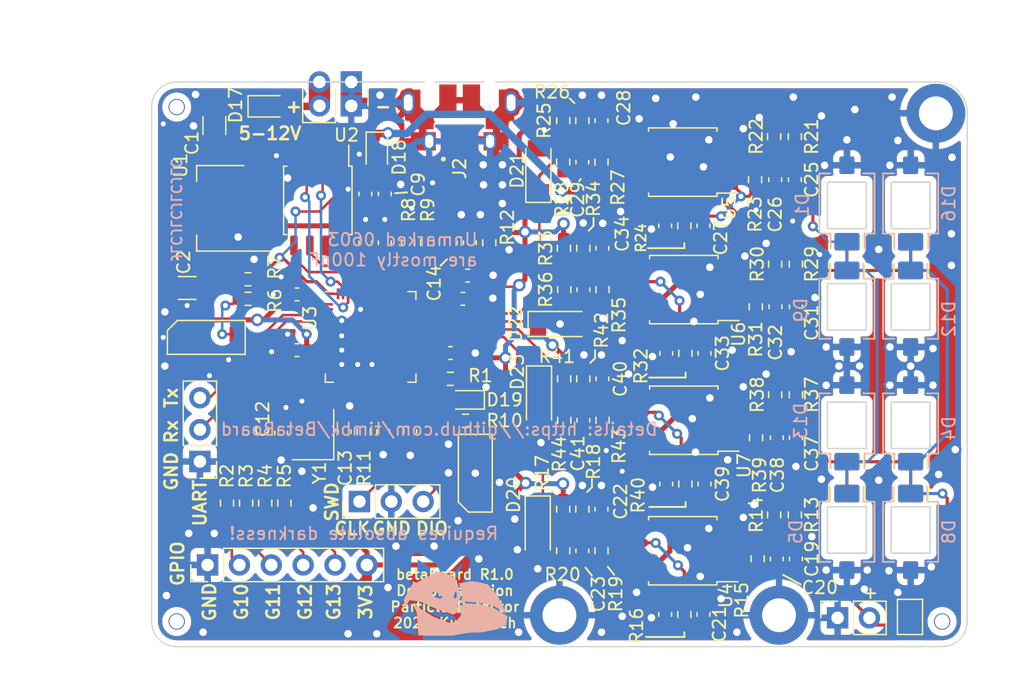
<source format=kicad_pcb>
(kicad_pcb (version 20211014) (generator pcbnew)
  (title_block (title "betaBoard") (date "2023-12-28") (rev "R1.0") (company "Tim Kuhlbusch") (comment 1 "Beta radiation detector"))
  (layers (0 "F.Cu" signal) (31 "B.Cu" signal) (34 "B.Paste" user) (35 "F.Paste" user) (36 "B.SilkS" user "B.Silkscreen") (37 "F.SilkS" user "F.Silkscreen") (38 "B.Mask" user) (39 "F.Mask" user) (44 "Edge.Cuts" user))
  (net 0 "")
  (net 1 "+3V3")
  (net 2 "GND")
  (net 3 "Net-(C12-Pad2)")
  (net 4 "Net-(C13-Pad1)")
  (net 5 "VCC")
  (net 16 "/MCU/SWD_CLK")
  (net 17 "/MCU/SWD_SIO")
  (net 27 "/MCU/ADC0")
  (net 28 "/MCU/ADC1")
  (net 29 "/MCU/ADC2")
  (net 30 "/MCU/ADC3")
  (net 31 "Net-(C19-Pad2)")
  (net 32 "/MCU/VREG_PICO")
  (net 33 "Net-(C17-Pad1)")
  (net 34 "Net-(C22-Pad1)")
  (net 35 "Net-(C25-Pad2)")
  (net 36 "Net-(C27-Pad2)")
  (net 37 "Net-(C29-Pad2)")
  (net 38 "Net-(C35-Pad2)")
  (net 39 "Net-(C37-Pad2)")
  (net 40 "/particle_sensor_array/Diodes")
  (net 41 "/particle_sensor_array1/Diodes")
  (net 42 "/particle_sensor_array2/Diodes")
  (net 43 "/particle_sensor_array3/Diodes")
  (net 44 "/MCU/GP18")
  (net 45 "Net-(R6-Pad1)")
  (net 46 "Net-(R9-Pad2)")
  (net 47 "/MCU/UART0_RX")
  (net 48 "/MCU/UART0_TX")
  (net 49 "/MCU/GP13")
  (net 50 "/MCU/GP12")
  (net 51 "/MCU/GP11")
  (net 52 "/MCU/GP10")
  (net 53 "Net-(R8-Pad2)")
  (net 54 "Net-(R10-Pad1)")
  (net 55 "Net-(R11-Pad2)")
  (net 56 "Net-(R13-Pad2)")
  (net 57 "Net-(R21-Pad2)")
  (net 58 "Net-(R29-Pad2)")
  (net 59 "Net-(R37-Pad2)")
  (net 60 "Net-(D17-Pad2)")
  (net 61 "/5V_USB")
  (net 62 "/MCU/USB_DM")
  (net 63 "/MCU/USB_DP")
  (net 64 "/MCU/QSPI.SS")
  (net 65 "/MCU/QSPI.SD1")
  (net 66 "/MCU/QSPI.SD2")
  (net 67 "/MCU/QSPI.SD0")
  (net 68 "/MCU/QSPI.SCLK")
  (net 69 "/MCU/QSPI.SD3")
  (net 71 "Net-(C21-Pad2)")
  (net 72 "Net-(C23-Pad1)")
  (net 73 "Net-(C23-Pad2)")
  (net 74 "Net-(C28-Pad1)")
  (net 75 "Net-(C29-Pad1)")
  (net 76 "Net-(C31-Pad2)")
  (net 77 "Net-(C33-Pad2)")
  (net 78 "Net-(C34-Pad1)")
  (net 79 "Net-(C35-Pad1)")
  (net 80 "Net-(C39-Pad2)")
  (net 81 "Net-(C40-Pad1)")
  (net 82 "Net-(C41-Pad1)")
  (net 83 "Net-(C41-Pad2)")
  (net 84 "Net-(J6-Pad2)")
  (net 85 "Net-(J6-Pad3)")
  (net 86 "Net-(J6-Pad4)")
  (net 87 "Net-(J6-Pad5)")
  (net 88 "Net-(C20-Pad2)")
  (net 89 "Net-(C26-Pad2)")
  (net 90 "Net-(C32-Pad2)")
  (net 91 "Net-(C38-Pad2)")
  (net 92 "Net-(D12-Pad1)")
  (net 93 "Net-(D19-Pad2)")
  (footprint "Crystal:Crystal_SMD_3225-4Pin_3.2x2.5mm" (layer "F.Cu") (at 62.865 78.105 90)
    (fp_text reference "Y1")
    (fp_text value "X322512MSB4SI")
  )
  (footprint "Connector_PinSocket_2.54mm:PinSocket_1x02_P2.54mm_Vertical" (layer "F.Cu") (at 104.668 92.7104 90)
    (fp_text reference "J3" hide)
    (fp_text value "DNP")
  )
  (footprint "Resistor_SMD:R_0603_1608Metric" (layer "F.Cu") (at 85.935 76.962 90)
    (fp_text reference "R43")
    (fp_text value "1M")
  )
  (footprint "Resistor_SMD:R_0603_1608Metric" (layer "F.Cu") (at 76.9112 62.8142 90)
    (fp_text reference "R12")
    (fp_text value "100")
  )
  (footprint "Package_SO:SOIC-8_5.23x5.23mm_P1.27mm" (layer "F.Cu") (at 92.412 76.962 180)
    (fp_text reference "U7")
    (fp_text value "LM358")
  )
  (footprint "betaBoard:PinHeader_1x02_P2.54mm_castellation" (layer "F.Cu") (at 65.913 50 -90)
    (fp_text reference "J1" hide)
    (fp_text value "DNP")
    (fp_line (start 0 -1.27) (end 0 3.81) (layer "Edge.Cuts") (width 0.12))
  )
  (footprint "Capacitor_SMD:C_0603_1608Metric" (layer "F.Cu") (at 70.612 77.851 -90)
    (fp_text reference "C15" hide)
    (fp_text value "100n")
  )
  (footprint "Resistor_SMD:R_0603_1608Metric" (layer "F.Cu") (at 82.8802 73.66 90)
    (fp_text reference "R41")
    (fp_text value "10k")
  )
  (footprint "Resistor_SMD:R_0603_1608Metric" (layer "F.Cu") (at 57.6834 67.2846)
    (fp_text reference "R6")
    (fp_text value "1k")
  )
  (footprint "Resistor_SMD:R_0603_1608Metric" (layer "F.Cu") (at 82.8548 63.246 90)
    (fp_text reference "R33")
    (fp_text value "10k")
  )
  (footprint "Resistor_SMD:R_0603_1608Metric" (layer "F.Cu") (at 85.852 87.363 90)
    (fp_text reference "R19")
    (fp_text value "1M")
  )
  (footprint "Resistor_SMD:R_0603_1608Metric" (layer "F.Cu") (at 82.804 87.363 -90)
    (fp_text reference "R20")
    (fp_text value "10k")
  )
  (footprint "Resistor_SMD:R_0603_1608Metric" (layer "F.Cu") (at 92.539 71.628 -90)
    (fp_text reference "R32")
    (fp_text value "4K7")
  )
  (footprint "Capacitor_SMD:C_0603_1608Metric" (layer "F.Cu") (at 101.346 78.359 -90)
    (fp_text reference "C37")
    (fp_text value "10p")
  )
  (footprint "betaBoard:Osram_BPW34S-SMD_hole" (layer "F.Cu") (at 110.49 59.69 90)
    (fp_text reference "D2" hide)
    (fp_text value "BPW34-SMD")
    (fp_rect (start -2 -1.55) (end 1.7 1.55) (layer "Edge.Cuts") (width 0.12) (fill none))
  )
  (footprint "Capacitor_SMD:C_0603_1608Metric" (layer "F.Cu") (at 84.411 66.548 -90)
    (fp_text reference "C35" hide)
    (fp_text value "47p")
  )
  (footprint "Jumper:SolderJumper-2_P1.3mm_Bridged2Bar_Pad1.0x1.5mm" (layer "F.Cu") (at 110.4392 92.6338 -90)
    (fp_text reference "JP1" hide)
    (fp_text value "DNP")
  )
  (footprint "Capacitor_SMD:C_0603_1608Metric" (layer "F.Cu") (at 101.346 67.9196 -90)
    (fp_text reference "C31")
    (fp_text value "10p")
  )
  (footprint "Resistor_SMD:R_0603_1608Metric" (layer "F.Cu") (at 98.298 88 90)
    (fp_text reference "R15")
    (fp_text value "47M")
  )
  (footprint "Package_TO_SOT_SMD:SOT-223-3_TabPin2" (layer "F.Cu") (at 55.499 60.071 180)
    (fp_text reference "U1")
    (fp_text value "AMS1117-3.3_SOT223")
  )
  (footprint "betaBoard:JLC_tooling_hole" (layer "F.Cu") (at 113 93)
    (fp_text reference "H5" hide)
    (fp_text value "JLC Tooling Hole")
  )
  (footprint "Capacitor_SMD:C_0603_1608Metric" (layer "F.Cu") (at 93.98 92.443 -90)
    (fp_text reference "C21")
    (fp_text value "470n")
  )
  (footprint "Capacitor_SMD:C_0603_1608Metric" (layer "F.Cu") (at 65.3796 77.8764 90)
    (fp_text reference "C13")
    (fp_text value "30p")
  )
  (footprint "Diode_SMD:D_SOD-323" (layer "F.Cu") (at 59.182 51.943)
    (fp_text reference "D17")
    (fp_text value "1N5819WS")
  )
  (footprint "Resistor_SMD:R_0603_1608Metric" (layer "F.Cu") (at 84.4042 73.66 -90)
    (fp_text reference "R42")
    (fp_text value "10k")
  )
  (footprint "Capacitor_SMD:C_0603_1608Metric" (layer "F.Cu") (at 75.3618 62.8142 90)
    (fp_text reference "C3" hide)
    (fp_text value "100n")
  )
  (footprint "betaBoard:JLC_tooling_hole" (layer "F.Cu") (at 52 52)
    (fp_text reference "H6" hide)
    (fp_text value "JLC Tooling Hole")
  )
  (footprint "betaBoard:Osram_BPW34S-SMD_hole" (layer "F.Cu") (at 105.41 68.072 -90)
    (fp_text reference "D14" hide)
    (fp_text value "BPW34-SMD")
    (fp_rect (start -2 -1.55) (end 1.7 1.55) (layer "Edge.Cuts") (width 0.12) (fill none))
  )
  (footprint "Resistor_SMD:R_0603_1608Metric" (layer "F.Cu") (at 82.804 56.388 -90)
    (fp_text reference "R28")
    (fp_text value "10k")
  )
  (footprint "Resistor_SMD:R_0603_1608Metric" (layer "F.Cu") (at 98.171 78.359 90)
    (fp_text reference "R39")
    (fp_text value "47M")
  )
  (footprint "Resistor_SMD:R_0603_1608Metric" (layer "F.Cu") (at 82.887 66.548 -90)
    (fp_text reference "R36")
    (fp_text value "10k")
  )
  (footprint "Capacitor_SMD:C_0603_1608Metric" (layer "F.Cu") (at 99.7204 67.9196 90)
    (fp_text reference "C32")
    (fp_text value "10p")
  )
  (footprint "Capacitor_SMD:C_0603_1608Metric" (layer "F.Cu") (at 67.0306 62.8142 90)
    (fp_text reference "C16" hide)
    (fp_text value "100n")
  )
  (footprint "Capacitor_SMD:C_0603_1608Metric" (layer "F.Cu") (at 90.932 92.443 -90)
    (fp_text reference "C18" hide)
    (fp_text value "100n")
  )
  (footprint "Resistor_SMD:R_0603_1608Metric" (layer "F.Cu") (at 92.539 82.042 -90)
    (fp_text reference "R40")
    (fp_text value "4K7")
  )
  (footprint "Resistor_SMD:R_0603_1608Metric" (layer "F.Cu") (at 101.263 84.5 -90)
    (fp_text reference "R13")
    (fp_text value "4k7")
  )
  (footprint "betaBoard:C26638" (layer "F.Cu") (at 54.356 70.358 -90)
    (fp_text reference "SW1" hide)
    (fp_text value "C26638")
  )
  (footprint "Resistor_SMD:R_0603_1608Metric" (layer "F.Cu") (at 60.579 83.566 -90)
    (fp_text reference "R5")
    (fp_text value "1k")
  )
  (footprint "Resistor_SMD:R_0603_1608Metric" (layer "F.Cu") (at 73.8124 73.66 180)
    (fp_text reference "R1")
    (fp_text value "10k")
  )
  (footprint "Resistor_SMD:R_0603_1608Metric" (layer "F.Cu") (at 75.013 77.0051)
    (fp_text reference "R10")
    (fp_text value "10k")
  )
  (footprint "MountingHole:MountingHole_2.7mm_M2.5_DIN965_Pad" (layer "F.Cu") (at 112.5 52.5 45)
    (fp_text reference "H2" hide)
    (fp_text value "M3 Hole")
  )
  (footprint "Capacitor_SMD:C_0603_1608Metric" (layer "F.Cu") (at 85.852 84.0486 90)
    (fp_text reference "C22")
    (fp_text value "100n")
  )
  (footprint "betaBoard:Osram_BPW34S-SMD_hole" (layer "F.Cu") (at 105.41 59.69 90)
    (fp_text reference "D6" hide)
    (fp_text value "BPW34-SMD")
    (fp_rect (start -2 -1.55) (end 1.7 1.55) (layer "Edge.Cuts") (width 0.12) (fill none))
  )
  (footprint "betaBoard:Osram_BPW34S-SMD_hole" (layer "F.Cu") (at 110.49 68.072 -90)
    (fp_text reference "D10" hide)
    (fp_text value "BPW34-SMD")
    (fp_rect (start -2 -1.55) (end 1.7 1.55) (layer "Edge.Cuts") (width 0.12) (fill none))
  )
  (footprint "Resistor_SMD:R_0603_1608Metric" (layer "F.Cu") (at 59.055 83.566 -90)
    (fp_text reference "R4")
    (fp_text value "1k")
  )
  (footprint "Resistor_SMD:R_0603_1608Metric" (layer "F.Cu") (at 82.804 53.086 90)
    (fp_text reference "R25")
    (fp_text value "10k")
  )
  (footprint "Resistor_SMD:R_0603_1608Metric" (layer "F.Cu") (at 57.6834 65.7241 180)
    (fp_text reference "R7")
    (fp_text value "10k")
  )
  (footprint "Resistor_SMD:R_0603_1608Metric" (layer "F.Cu") (at 101.346 64.516 -90)
    (fp_text reference "R29")
    (fp_text value "4k7")
  )
  (footprint "Resistor_SMD:R_0603_1608Metric" (layer "F.Cu") (at 99.612 84.5 90)
    (fp_text reference "R14")
    (fp_text value "15k")
  )
  (footprint "Capacitor_SMD:C_0603_1608Metric" (layer "F.Cu") (at 61.595 66.929 180)
    (fp_text reference "C8" hide)
    (fp_text value "100n")
  )
  (footprint "betaBoard:Osram_BPW34S-SMD_hole" (layer "F.Cu") (at 110.49 85.852 -90)
    (fp_text reference "D15" hide)
    (fp_text value "BPW34-SMD")
    (fp_rect (start -2 -1.55) (end 1.7 1.55) (layer "Edge.Cuts") (width 0.12) (fill none))
  )
  (footprint "Resistor_SMD:R_0603_1608Metric" (layer "F.Cu") (at 92.456 61.468 -90)
    (fp_text reference "R24")
    (fp_text value "4K7")
  )
  (footprint "Connector_PinHeader_2.54mm:PinHeader_1x03_P2.54mm_Vertical" (layer "F.Cu") (at 66.563 83.439 90)
    (fp_text reference "J5" hide)
    (fp_text value "DNP")
  )
  (footprint "Capacitor_SMD:C_0603_1608Metric" (layer "F.Cu") (at 74.803 67.2846)
    (fp_text reference "C4" hide)
    (fp_text value "100n")
  )
  (footprint "Diode_SMD:D_SOD-323" (layer "F.Cu") (at 67.945 55.499 -90)
    (fp_text reference "D18")
    (fp_text value "1N5819WS")
  )
  (footprint "Diode_SMD:D_MiniMELF" (layer "F.Cu") (at 80.772 85.5472 -90)
    (fp_text reference "D20")
    (fp_text value "ZMM3V3-M")
  )
  (footprint "Capacitor_SMD:C_0603_1608Metric" (layer "F.Cu") (at 61.582 71.374 180)
    (fp_text reference "C5" hide)
    (fp_text value "100n")
  )
  (footprint "Resistor_SMD:R_0603_1608Metric" (layer "F.Cu") (at 101.263 54.356 -90)
    (fp_text reference "R21")
    (fp_text value "4k7")
  )
  (footprint "betaBoard:Osram_BPW34S-SMD_hole" (layer "F.Cu") (at 105.41 77.216 90)
    (fp_text reference "D11" hide)
    (fp_text value "BPW34-SMD")
    (fp_rect (start -2 -1.55) (end 1.7 1.55) (layer "Edge.Cuts") (width 0.12) (fill none))
  )
  (footprint "Capacitor_SMD:C_0603_1608Metric" (layer "F.Cu") (at 67.0306 58.928 90)
    (fp_text reference "C7" hide)
    (fp_text value "100n")
  )
  (footprint "Capacitor_SMD:C_0603_1608Metric" (layer "F.Cu") (at 60.325 77.978 90)
    (fp_text reference "C12")
    (fp_text value "30p")
  )
  (footprint "Resistor_SMD:R_0603_1608Metric" (layer "F.Cu") (at 70.441 62.8065 -90)
    (fp_text reference "R8")
    (fp_text value "27.4")
  )
  (footprint "Resistor_SMD:R_0603_1608Metric" (layer "F.Cu") (at 82.887 76.962 -90)
    (fp_text reference "R44")
    (fp_text value "10k")
  )
  (footprint "Diode_SMD:D_MiniMELF" (layer "F.Cu") (at 82.55 69.2912)
    (fp_text reference "D22")
    (fp_text value "ZMM3V3-M")
  )
  (footprint "betaBoard:C26638" (layer "F.Cu") (at 75.7936 81.1784)
    (fp_text reference "SW2" hide)
    (fp_text value "C26638")
  )
  (footprint "Capacitor_SMD:C_0603_1608Metric" (layer "F.Cu") (at 91.015 71.628 -90)
    (fp_text reference "C30" hide)
    (fp_text value "100n")
  )
  (footprint "MountingHole:MountingHole_2.7mm_M2.5_DIN965_Pad" (layer "F.Cu") (at 82.5 92.5 45)
    (fp_text reference "H3" hide)
    (fp_text value "M3 Hole")
  )
  (footprint "Package_SO:SOIC-8_5.23x5.23mm_P1.27mm" (layer "F.Cu") (at 92.329 87.363 180)
    (fp_text reference "U4")
    (fp_text value "LM358")
  )
  (footprint "Capacitor_SMD:C_0603_1608Metric" (layer "F.Cu") (at 68.58 62.8065 90)
    (fp_text reference "C6" hide)
    (fp_text value "100n")
  )
  (footprint "Resistor_SMD:R_0603_1608Metric" (layer "F.Cu") (at 85.935 66.548 90)
    (fp_text reference "R35")
    (fp_text value "1M")
  )
  (footprint "Capacitor_SMD:C_0603_1608Metric" (layer "F.Cu") (at 94.063 82.042 -90)
    (fp_text reference "C39")
    (fp_text value "470n")
  )
  (footprint "Resistor_SMD:R_0603_1608Metric" (layer "F.Cu") (at 99.612 54.356 90)
    (fp_text reference "R22")
    (fp_text value "15k")
  )
  (footprint "betaBoard:AMPHENOL_10103592-0001LF" (layer "F.Cu") (at 74.549 50 180)
    (fp_text reference "J2")
    (fp_text value "USB_B_Micro")
    (fp_line (start 1.925 -1.65) (end 1.925 0) (layer "Edge.Cuts") (width 0.01))
    (fp_line (start -2.825 0) (end -2.825 -1.65) (layer "Edge.Cuts") (width 0.01))
    (fp_line (start 2.825 0) (end 2.825 -1.65) (layer "Edge.Cuts") (width 0.01))
    (fp_line (start -1.925 -1.65) (end -1.925 0) (layer "Edge.Cuts") (width 0.01))
    (fp_arc (start -2.825 -1.65) (mid -2.693198 -1.968198) (end -2.375 -2.1) (layer "Edge.Cuts") (width 0.01))
    (fp_arc (start 1.925 -1.65) (mid 2.056802 -1.968198) (end 2.375 -2.1) (layer "Edge.Cuts") (width 0.01))
    (fp_arc (start 2.375 -2.1) (mid 2.693198 -1.968198) (end 2.825 -1.65) (layer "Edge.Cuts") (width 0.01))
    (fp_arc (start -2.375 -2.1) (mid -2.056802 -1.968198) (end -1.925 -1.65) (layer "Edge.Cuts") (width 0.01))
  )
  (footprint "Capacitor_SMD:C_0603_1608Metric" (layer "F.Cu") (at 93.98 61.468 -90)
    (fp_text reference "C27")
    (fp_text value "470n")
  )
  (footprint "Package_SO:SOIC-8_5.23x5.23mm_P1.27mm" (layer "F.Cu") (at 63.246 59.436 -90)
    (fp_text reference "U2")
    (fp_text value "W25Q128JVSS / FM25Q64-SOB-T-G")
  )
  (footprint "Resistor_SMD:R_0603_1608Metric" (layer "F.Cu") (at 66.9036 77.8764 90)
    (fp_text reference "R11")
    (fp_text value "1k")
  )
  (footprint "Resistor_SMD:R_0603_1608Metric" (layer "F.Cu") (at 84.328 84.0486 -90)
    (fp_text reference "R18")
    (fp_text value "10k")
  )
  (footprint "Resistor_SMD:R_0603_1608Metric" (layer "F.Cu") (at 99.695 64.516 90)
    (fp_text reference "R30")
    (fp_text value "15k")
  )
  (footprint "Capacitor_SMD:C_0603_1608Metric" (layer "F.Cu") (at 85.9282 63.246 90)
    (fp_text reference "C34")
    (fp_text value "100n")
  )
  (footprint "Resistor_SMD:R_0603_1608Metric" (layer "F.Cu") (at 99.695 74.93 90)
    (fp_text reference "R38")
    (fp_text value "15k")
  )
  (footprint "Resistor_SMD:R_0603_1608Metric" (layer "F.Cu") (at 56.007 83.566 -90)
    (fp_text reference "R2")
    (fp_text value "1k")
  )
  (footprint "Capacitor_SMD:C_0603_1608Metric" (layer "F.Cu") (at 73.8378 62.8142 90)
    (fp_text reference "C14")
    (fp_text value "1u")
  )
  (footprint "betaBoard:Osram_BPW34S-SMD_hole" (layer "F.Cu") (at 105.41 85.852 -90)
    (fp_text reference "D7" hide)
    (fp_text value "BPW34-SMD")
    (fp_rect (start -2 -1.55) (end 1.7 1.55) (layer "Edge.Cuts") (width 0.12) (fill none))
  )
  (footprint "Resistor_SMD:R_0603_1608Metric" (layer "F.Cu") (at 82.804 84.0486 90)
    (fp_text reference "R17")
    (fp_text value "10k")
  )
  (footprint "Capacitor_SMD:C_0603_1608Metric" (layer "F.Cu") (at 99.695 57.785 90)
    (fp_text reference "C26")
    (fp_text value "10p")
  )
  (footprint "Resistor_SMD:R_0603_1608Metric" (layer "F.Cu") (at 57.531 83.566 -90)
    (fp_text reference "R3")
    (fp_text value "1k")
  )
  (footprint "Capacitor_SMD:C_0603_1608Metric" (layer "F.Cu") (at 73.8124 71.6026)
    (fp_text reference "C11" hide)
    (fp_text value "100n")
  )
  (footprint "Connector_PinHeader_2.54mm:PinHeader_1x06_P2.54mm_Vertical" (layer "F.Cu") (at 54.4576 88.4936 90)
    (fp_text reference "J6" hide)
    (fp_text value "DNP")
  )
  (footprint "Capacitor_SMD:C_1206_3216Metric" (layer "F.Cu") (at 52.832 66.421 180)
    (fp_text reference "C2")
    (fp_text value "10u")
  )
  (footprint "Capacitor_SMD:C_0603_1608Metric" (layer "F.Cu") (at 99.822 78.359 90)
    (fp_text reference "C38")
    (fp_text value "10p")
  )
  (footprint "Package_SO:SOIC-8_5.23x5.23mm_P1.27mm" (layer "F.Cu") (at 92.329 56.388 180)
    (fp_text reference "U5")
    (fp_text value "LM358")
  )
  (footprint "Package_DFN_QFN:QFN-56-1EP_7x7mm_P0.4mm_EP3.2x3.2mm" (layer "F.Cu") (at 67.455 70.3205)
    (fp_text reference "U3")
    (fp_text value "RP2040")
  )
  (footprint "Resistor_SMD:R_0603_1608Metric" (layer "F.Cu") (at 85.852 56.388 90)
    (fp_text reference "R27")
    (fp_text value "1M")
  )
  (footprint "Resistor_SMD:R_0603_1608Metric" (layer "F.Cu") (at 92.456 92.443 -90)
    (fp_text reference "R16")
    (fp_text value "4K7")
  )
  (footprint "Connector_PinHeader_2.54mm:PinHeader_1x03_P2.54mm_Vertical" (layer "F.Cu") (at 53.848 80.249 180)
    (fp_text reference "J4" hide)
    (fp_text value "DNP")
  )
  (footprint "Capacitor_SMD:C_0603_1608Metric" (layer "F.Cu") (at 84.411 76.962 -90)
    (fp_text reference "C41")
    (fp_text value "47p")
  )
  (footprint "Capacitor_SMD:C_0603_1608Metric" (layer "F.Cu") (at 99.822 88.011 90)
    (fp_text reference "C20")
    (fp_text value "10p")
  )
  (footprint "Capacitor_SMD:C_0603_1608Metric" (layer "F.Cu") (at 91.015 82.042 -90)
    (fp_text reference "C36" hide)
    (fp_text value "100n")
  )
  (footprint "Diode_SMD:D_MiniMELF" (layer "F.Cu") (at 80.8228 57.0484 90)
    (fp_text reference "D21")
    (fp_text value "ZMM3V3-M")
  )
  (footprint "Resistor_SMD:R_0603_1608Metric" (layer "F.Cu") (at 84.328 53.086 -90)
    (fp_text reference "R26")
    (fp_text value "10k")
  )
  (footprint "Capacitor_SMD:C_0603_1608Metric" (layer "F.Cu") (at 75.184 65.4304)
    (fp_text reference "C17" hide)
    (fp_text value "1u")
  )
  (footprint "Capacitor_SMD:C_0603_1608Metric" (layer "F.Cu") (at 68.453 77.864 -90)
    (fp_text reference "C10" hide)
    (fp_text value "100n")
  )
  (footprint "Capacitor_SMD:C_0603_1608Metric" (layer "F.Cu") (at 90.932 61.468 -90)
    (fp_text reference "C24" hide)
    (fp_text value "100n")
  )
  (footprint "Capacitor_SMD:C_0603_1608Metric" (layer "F.Cu") (at 85.9282 73.66 90)
    (fp_text reference "C40")
    (fp_text value "100n")
  )
  (footprint "LED_SMD:LED_0603_1608Metric" (layer "F.Cu") (at 75.0316 75.3364 180)
    (fp_text reference "D19")
    (fp_text value "LED")
  )
  (footprint "Capacitor_SMD:C_0603_1608Metric" (layer "F.Cu") (at 84.328 87.363 -90)
    (fp_text reference "C23")
    (fp_text value "47p")
  )
  (footprint "betaBoard:Osram_BPW34S-SMD_hole" (layer "F.Cu") (at 110.49 77.216 90)
    (fp_text reference "D3" hide)
    (fp_text value "BPW34-SMD")
    (fp_rect (start -2 -1.55) (end 1.7 1.55) (layer "Edge.Cuts") (width 0.12) (fill none))
  )
  (footprint "Capacitor_SMD:C_0603_1608Metric" (layer "F.Cu") (at 85.852 53.086 90)
    (fp_text reference "C28")
    (fp_text value "100n")
  )
  (footprint "Capacitor_SMD:C_0603_1608Metric" (layer "F.Cu") (at 94.063 71.628 -90)
    (fp_text reference "C33")
    (fp_text value "470n")
  )
  (footprint "Diode_SMD:D_MiniMELF" (layer "F.Cu") (at 80.8736 75.184 -90)
    (fp_text reference "D23")
    (fp_text value "ZMM3V3-M")
  )
  (footprint "Capacitor_SMD:C_0603_1608Metric" (layer "F.Cu") (at 101.346 88.011 -90)
    (fp_text reference "C19")
    (fp_text value "10p")
  )
  (footprint "Resistor_SMD:R_0603_1608Metric" (layer "F.Cu") (at 98.1456 67.9196 90)
    (fp_text reference "R31")
    (fp_text value "47M")
  )
  (footprint "Resistor_SMD:R_0603_1608Metric" (layer "F.Cu") (at 98.0948 57.785 90)
    (fp_text reference "R23")
    (fp_text value "47M")
  )
  (footprint "Package_SO:SOIC-8_5.23x5.23mm_P1.27mm" (layer "F.Cu") (at 92.412 66.548 180)
    (fp_text reference "U6")
    (fp_text value "LM358")
  )
  (footprint "betaBoard:JLC_tooling_hole" (layer "F.Cu") (at 52 93)
    (fp_text reference "H4" hide)
    (fp_text value "JLC Tooling Hole")
  )
  (footprint "Resistor_SMD:R_0603_1608Metric" (layer "F.Cu") (at 84.4042 63.246 -90)
    (fp_text reference "R34")
    (fp_text value "10k")
  )
  (footprint "Capacitor_SMD:C_0603_1608Metric" (layer "F.Cu") (at 101.263 57.785 -90)
    (fp_text reference "C25")
    (fp_text value "10p")
  )
  (footprint "MountingHole:MountingHole_2.7mm_M2.5_DIN965_Pad" (layer "F.Cu") (at 100 92.5 45)
    (fp_text reference "H1" hide)
    (fp_text value "M3 Hole")
  )
  (footprint "Capacitor_SMD:C_1206_3216Metric" (layer "F.Cu") (at 55 53.475 90)
    (fp_text reference "C1")
    (fp_text value "10u")
  )
  (footprint "Capacitor_SMD:C_0603_1608Metric" (layer "F.Cu") (at 84.328 56.388 -90)
    (fp_text reference "C29")
    (fp_text value "47p")
  )
  (footprint "Capacitor_SMD:C_0603_1608Metric" (layer "F.Cu") (at 68.58 58.928 90)
    (fp_text reference "C9")
    (fp_text value "1u")
  )
  (footprint "Resistor_SMD:R_0603_1608Metric" (layer "F.Cu") (at 101.346 74.93 -90)
    (fp_text reference "R37")
    (fp_text value "4k7")
  )
  (footprint "Resistor_SMD:R_0603_1608Metric" (layer "F.Cu") (at 71.965 62.8065 -90)
    (fp_text reference "R9")
    (fp_text value "27.4")
  )
  (footprint "OptoDevice:Osram_BPW34S-SMD" (layer "B.Cu") (at 105.41 85.852 -90)
    (fp_text reference "D5")
    (fp_text value "DNP")
  )
  (footprint "OptoDevice:Osram_BPW34S-SMD" (layer "B.Cu") (at 105.4228 59.6824 90)
    (fp_text reference "D1")
    (fp_text value "DNP")
  )
  (footprint "OptoDevice:Osram_BPW34S-SMD" (layer "B.Cu") (at 110.49 59.69 90)
    (fp_text reference "D16")
    (fp_text value "DNP")
  )
  (footprint "AAA_stickaas:polyfox" (layer "B.Cu") (at 73.8632 91.186 180)
    (fp_text reference "G***" hide)
    (fp_text value "LOGO" hide)
  )
  (footprint "OptoDevice:Osram_BPW34S-SMD" (layer "B.Cu") (at 110.49 85.852 -90)
    (fp_text reference "D8")
    (fp_text value "DNP")
  )
  (footprint "OptoDevice:Osram_BPW34S-SMD" (layer "B.Cu") (at 105.41 68.072 -90)
    (fp_text reference "D9")
    (fp_text value "DNP")
  )
  (footprint "OptoDevice:Osram_BPW34S-SMD" (layer "B.Cu") (at 105.41 77.216 90)
    (fp_text reference "D13")
    (fp_text value "DNP")
  )
  (footprint "OptoDevice:Osram_BPW34S-SMD" (layer "B.Cu") (at 110.49 77.216 90)
    (fp_text reference "D4")
    (fp_text value "DNP")
  )
  (footprint "OptoDevice:Osram_BPW34S-SMD" (layer "B.Cu") (at 110.49 68.072 -90)
    (fp_text reference "D12")
    (fp_text value "DNP")
  )
  (gr_line (start 84.709 82.677) (end 85.09 82.296) (layer "F.SilkS") (width 0.15))
  (gr_line (start 92.456 63.2333) (end 92.456 62.8523) (layer "F.SilkS") (width 0.15))
  (gr_line (start 73.025 64.643) (end 73.533 64.135) (layer "F.SilkS") (width 0.15))
  (gr_line (start 92.5576 83.8581) (end 92.5576 83.4771) (layer "F.SilkS") (width 0.15))
  (gr_line (start 84.963 72.39) (end 85.344 72.009) (layer "F.SilkS") (width 0.15))
  (gr_line (start 89.408 94.234) (end 92.456 94.234) (layer "F.SilkS") (width 0.15))
  (gr_line (start 85.09 82.296) (end 85.09 81.661) (layer "F.SilkS") (width 0.15))
  (gr_line (start 83.312 51.308) (end 83.693 51.689) (layer "F.SilkS") (width 0.15))
  (gr_line (start 85.344 72.009) (end 85.344 71.374) (layer "F.SilkS") (width 0.15))
  (gr_line (start 92.456 94.234) (end 92.456 93.853) (layer "F.SilkS") (width 0.15))
  (gr_line (start 92.5576 73.5584) (end 89.662 73.5584) (layer "F.SilkS") (width 0.15))
  (gr_line (start 85.217 61.468) (end 85.217 60.833) (layer "F.SilkS") (width 0.15))
  (gr_line (start 86.868 89.281) (end 86.36 88.646) (layer "F.SilkS") (width 0.15))
  (gr_line (start 69.4055 58.8645) (end 70.358 58.801) (layer "F.SilkS") (width 0.15))
  (gr_line (start 101.727 90.043) (end 100.33 89.281) (layer "F.SilkS") (width 0.15))
  (gr_line (start 92.5576 73.5457) (end 92.5576 73.1647) (layer "F.SilkS") (width 0.15))
  (gr_line (start 81.788 82.4992) (end 82.2452 82.8548) (layer "F.SilkS") (width 0.15))
  (gr_line (start 92.456 63.246) (end 89.5604 63.246) (layer "F.SilkS") (width 0.15))
  (gr_line (start 84.074 57.912) (end 84.201 57.7215) (layer "F.SilkS") (width 0.15))
  (gr_line (start 92.5576 83.8708) (end 89.662 83.8708) (layer "F.SilkS") (width 0.15))
  (gr_line (start 85.09 89.3445) (end 84.582 88.7095) (layer "F.SilkS") (width 0.15))
  (gr_line (start 84.836 61.849) (end 85.217 61.468) (layer "F.SilkS") (width 0.15))
  (gr_line (start 72.624 50) (end 76.474 50) (layer "Edge.Cuts") (width 0.1))
  (gr_arc (start 112.5 50) (mid 114.283353 50.716647) (end 115 52.5) (layer "Edge.Cuts") (width 0.1))
  (gr_arc (start 115 93) (mid 114.414214 94.414214) (end 113 95) (layer "Edge.Cuts") (width 0.1))
  (gr_line (start 67.183 50) (end 71.724 50) (layer "Edge.Cuts") (width 0.1))
  (gr_arc (start 52 95) (mid 50.585786 94.414214) (end 50 93) (layer "Edge.Cuts") (width 0.1))
  (gr_line (start 113 95) (end 52 95) (layer "Edge.Cuts") (width 0.1))
  (gr_line (start 52 50) (end 62.103 50) (layer "Edge.Cuts") (width 0.1))
  (gr_line (start 50 93) (end 50 52) (layer "Edge.Cuts") (width 0.1))
  (gr_line (start 115 52.5) (end 115 93) (layer "Edge.Cuts") (width 0.1))
  (gr_arc (start 50 52) (mid 50.585786 50.585786) (end 52 50) (layer "Edge.Cuts") (width 0.1))
  (gr_line (start 77.374 50) (end 112.5 50) (layer "Edge.Cuts") (width 0.1))
  (gr_text "JLCJLCJLCJLC" (at 51.943 60.198 270) (layer "B.SilkS") (effects (font (size 0.8 0.8)) (justify mirror)))
  (gr_text "Details: https://github.com/timbk/BetaBoard" (at 90.424 77.6732) (layer "B.SilkS") (effects (font (size 1 1)) (justify left mirror)))
  (gr_text "Unmarked 0603\nare mostly 100nF" (at 76.073 63.373) (layer "B.SilkS") (effects (font (size 1 1)) (justify left mirror)))
  (gr_text "Requires absolute darkness!" (at 77.724 85.979) (layer "B.SilkS") (effects (font (size 1 1)) (justify left mirror)))
  (gr_text "GPIO" (at 52.07 88.392 90) (layer "F.SilkS") (effects (font (size 1 1) (thickness 0.2))))
  (gr_text "G13" (at 64.516 91.44 90) (layer "F.SilkS") (effects (font (size 1 1) (thickness 0.2))))
  (gr_text "G10" (at 57.15 91.44 90) (layer "F.SilkS") (effects (font (size 1 1) (thickness 0.2))))
  (gr_text "+" (at 61.341 51.943) (layer "F.SilkS") (effects (font (size 1 1) (thickness 0.2))))
  (gr_text "Tx" (at 51.562 75.184 90) (layer "F.SilkS") (effects (font (size 1 1) (thickness 0.2))))
  (gr_text "Rx" (at 51.562 77.8764 90) (layer "F.SilkS") (effects (font (size 1 1) (thickness 0.2))))
  (gr_text "G11\n" (at 59.69 91.44 90) (layer "F.SilkS") (effects (font (size 1 1) (thickness 0.2))))
  (gr_text "UART" (at 53.848 83.566 90) (layer "F.SilkS") (effects (font (size 1 1) (thickness 0.2))))
  (gr_text "GND" (at 54.61 91.44 90) (layer "F.SilkS") (effects (font (size 1 1) (thickness 0.2))))
  (gr_text "CLK" (at 65.9892 85.598) (layer "F.SilkS") (effects (font (size 1 1) (thickness 0.2))))
  (gr_text "-" (at 68.453 51.943) (layer "F.SilkS") (effects (font (size 1 1) (thickness 0.2))))
  (gr_text "GND" (at 51.562 81.026 90) (layer "F.SilkS") (effects (font (size 1 1) (thickness 0.2))))
  (gr_text "DIO" (at 72.3392 85.598) (layer "F.SilkS") (effects (font (size 1 1) (thickness 0.2))))
  (gr_text "betaBoard R1.0\nDemonostration\nParticle Detector\n2023 Kuhlbusch" (at 74.168 91.186) (layer "F.SilkS") (effects (font (size 0.8 0.8))))
  (gr_text "5-12V" (at 59.436 54.102) (layer "F.SilkS") (effects (font (size 1 1) (thickness 0.2))))
  (gr_text "+" (at 107.2896 90.678) (layer "F.SilkS") (effects (font (size 1 1))))
  (gr_text "SWD" (at 64.3636 83.4644 90) (layer "F.SilkS") (effects (font (size 1 1) (thickness 0.2))))
  (gr_text "G12" (at 62.23 91.44 90) (layer "F.SilkS") (effects (font (size 1 1) (thickness 0.2))))
  (gr_text "3V3" (at 67.056 91.44 90) (layer "F.SilkS") (effects (font (size 1 1) (thickness 0.2))))
  (gr_text "GND" (at 69.1388 85.598) (layer "F.SilkS") (effects (font (size 1 1) (thickness 0.2))))
  (segment (start 74.0788 72.644) (end 76.454 72.644) (width 0.4) (layer "F.Cu") (net 1))
  (segment (start 65.151 60.96) (end 66.408 59.703) (width 0.4) (layer "F.Cu") (net 1))
  (segment (start 67.1576 89.6112) (end 67.1576 88.4936) (width 0.8) (layer "F.Cu") (net 1))
  (segment (start 67.655 65.5426) (end 67.8434 65.3542) (width 0.2) (layer "F.Cu") (net 1))
  (segment (start 69.469 60.592) (end 68.58 59.703) (width 0.3) (layer "F.Cu") (net 1))
  (segment (start 63.1615 67.7205) (end 62.37 66.929) (width 0.2) (layer "F.Cu") (net 1))
  (segment (start 61.354 67.945) (end 62.37 66.929) (width 0.4) (layer "F.Cu") (net 1))
  (segment (start 54.7388 66.4464) (end 54.229 66.9562) (width 0.4) (layer "F.Cu") (net 1))
  (segment (start 69.655 66.350525) (end 69.965525 66.04) (width 0.2) (layer "F.Cu") (net 1))
  (segment (start 68.58 63.5815) (end 68.8393 63.5815) (width 0.2) (layer "F.Cu") (net 1))
  (segment (start 51.435 88.8238) (end 53.9496 91.3384) (width 0.8) (layer "F.Cu") (net 1))
  (segment (start 78.2066 71.9836) (end 78.2066 76.962) (width 0.4) (layer "F.Cu") (net 1))
  (segment (start 64.0175 67.7205) (end 63.1615 67.7205) (width 0.2) (layer "F.Cu") (net 1))
  (segment (start 74.9932 66.3194) (end 79.1718 66.3194) (width 0.2) (layer "F.Cu") (net 1))
  (segment (start 77.1144 71.9836) (end 78.2066 71.9836) (width 0.4) (layer "F.Cu") (net 1))
  (segment (start 81.9404 70.9676) (end 82.887 71.9142) (width 0.4) (layer "F.Cu") (net 1))
  (segment (start 60.296 61.468) (end 58.899 60.071) (width 0.4) (layer "F.Cu") (net 1))
  (segment (start 82.8294 62.3956) (end 82.8548 62.421) (width 0.4) (layer "F.Cu") (net 1))
  (segment (start 67.655 76.291) (end 68.453 77.089) (width 0.2) (layer "F.Cu") (net 1))
  (segment (start 79.2988 60.2996) (end 79.2988 54.2036) (width 0.4) (layer "F.Cu") (net 1))
  (segment (start 79.756 62.0014) (end 79.756 61.9506) (width 0.4) (layer "F.Cu") (net 1))
  (segment (start 53.9496 91.3384) (end 65.4304 91.3384) (width 0.8) (layer "F.Cu") (net 1))
  (segment (start 79.1718 66.3194) (end 79.2988 66.1924) (width 0.2) (layer "F.Cu") (net 1))
  (segment (start 68.961 80.8482) (end 69.469 80.3402) (width 0.4) (layer "F.Cu") (net 1))
  (segment (start 79.2988 66.1924) (end 79.756 65.7352) (width 0.4) (layer "F.Cu") (net 1))
  (segment (start 67.8434 64.3181) (end 68.453 63.7085) (width 0.2) (layer "F.Cu") (net 1))
  (segment (start 68.055 65.5658) (end 67.8434 65.3542) (width 0.2) (layer "F.Cu") (net 1))
  (segment (start 54.229 68.961) (end 54.229 71.628) (width 0.8) (layer "F.Cu") (net 1))
  (segment (start 69.469 80.3402) (end 69.469 78.105) (width 0.2) (layer "F.Cu") (net 1))
  (segment (start 58.649 60.071) (end 52.349 60.071) (width 1) (layer "F.Cu") (net 1))
  (segment (start 72.7553 71.3205) (end 73.0374 71.6026) (width 0.2) (layer "F.Cu") (net 1))
  (segment (start 67.1576 87.4776) (end 67.1576 88.4936) (width 0.4) (layer "F.Cu") (net 1))
  (segment (start 69.469 62.865) (end 69.469 60.592) (width 0.2) (layer "F.Cu") (net 1))
  (segment (start 64.262 84.582) (end 67.1576 87.4776) (width 0.4) (layer "F.Cu") (net 1))
  (segment (start 79.756 61.9506) (end 79.756 60.7568) (width 0.4) (layer "F.Cu") (net 1))
  (segment (start 65.9638 80.8482) (end 64.262 82.55) (width 0.4) (layer "F.Cu") (net 1))
  (segment (start 64.262 82.55) (end 64.262 84.582) (width 0.4) (layer "F.Cu") (net 1))
  (segment (start 62.357 70.104) (end 62.357 71.374) (width 0.4) (layer "F.Cu") (net 1))
  (segment (start 75.3618 63.5386) (end 76.9112 61.9892) (width 0.2) (layer "F.Cu") (net 1))
  (segment (start 68.58 63.5815) (end 68.7525 63.5815) (width 0.2) (layer "F.Cu") (net 1))
  (segment (start 54.229 68.961) (end 58.928 68.961) (width 0.4) (layer "F.Cu") (net 1))
  (segment (start 79.756 65.7352) (end 79.756 61.9506) (width 0.4) (layer "F.Cu") (net 1))
  (segment (start 69.965525 66.04) (end 72.39 66.04) (width 0.2) (layer "F.Cu") (net 1))
  (segment (start 73.0374 71.6026) (end 74.0788 72.644) (width 0.4) (layer "F.Cu") (net 1))
  (segment (start 54.229 71.628) (end 51.435 74.422) (width 0.8) (layer "F.Cu") (net 1))
  (segment (start 67.1576 88.4936) (end 73.279 88.4936) (width 0.4) (layer "F.Cu") (net 1))
  (segment (start 75.838 77.0051) (end 78.1635 77.0051) (width 0.4) (layer "F.Cu") (net 1))
  (segment (start 65.4304 91.3384) (end 67.1576 89.6112) (width 0.8) (layer "F.Cu") (net 1))
  (segment (start 67.655 73.758) (end 67.655 76.291) (width 0.2) (layer "F.Cu") (net 1))
  (segment (start 69.469 78.105) (end 68.453 77.089) (width 0.2) (layer "F.Cu") (net 1))
  (segment (start 79.756 62.0014) (end 76.9234 62.0014) (width 0.4) (layer "F.Cu") (net 1))
  (segment (start 55.6006 66.4464) (end 54.7388 66.4464) (width 0.4) (layer "F.Cu") (net 1))
  (segment (start 79.756 60.7568) (end 79.2988 60.2996) (width 0.4) (layer "F.Cu") (net 1))
  (segment (start 54.229 66.9562) (end 54.229 68.961) (width 0.8) (layer "F.Cu") (net 1))
  (segment (start 58.899 60.071) (end 58.649 60.071) (width 0.4) (layer "F.Cu") (net 1))
  (segment (start 76.454 72.644) (end 77.1144 71.9836) (width 0.4) (layer "F.Cu") (net 1))
  (segment (start 65.151 60.96) (end 64.643 61.468) (width 0.4) (layer "F.Cu") (net 1))
  (segment (start 74.028 67.2846) (end 74.9932 66.3194) (width 0.2) (layer "F.Cu") (net 1))
  (segment (start 79.2988 54.2036) (end 81.2414 52.261) (width 0.4) (layer "F.Cu") (net 1))
  (segment (start 82.804 83.2236) (end 82.804 82.042) (width 0.4) (layer "F.Cu") (net 1))
  (segment (start 66.408 59.703) (end 68.58 59.703) (width 0.4) (layer "F.Cu") (net 1))
  (segment (start 65.151 63.036) (end 65.151 60.96) (width 0.4) (layer "F.Cu") (net 1))
  (segment (start 69.655 66.883) (end 69.655 66.350525) (width 0.2) (layer "F.Cu") (net 1))
  (segment (start 82.887 71.9142) (end 82.887 72.835) (width 0.4) (layer "F.Cu") (net 1))
  (segment (start 59.944 67.945) (end 61.354 67.945) (width 0.4) (layer "F.Cu") (net 1))
  (segment (start 58.928 68.961) (end 58.42 68.961) (width 0.4) (layer "F.Cu") (net 1))
  (segment (start 78.2066 80.3656) (end 79.8068 81.9658) (width 0.4) (layer "F.Cu") (net 1))
  (segment (start 73.279 88.4936) (end 79.8068 81.9658) (width 0.4) (layer "F.Cu") (net 1))
  (segment (start 82.8294 61.2902) (end 82.8294 62.3956) (width 0.4) (layer "F.Cu") (net 1))
  (segment (start 73.5921 67.7205) (end 74.028 67.2846) (width 0.2) (layer "F.Cu") (net 1))
  (segment (start 81.2414 52.261) (end 82.804 52.261) (width 0.4) (layer "F.Cu") (net 1))
  (segment (start 56.8584 65.7241) (end 56.3229 65.7241) (width 0.4) (layer "F.Cu") (net 1))
  (segment (start 64.643 61.468) (end 60.296 61.468) (width 0.4) (layer "F.Cu") (net 1))
  (segment (start 51.435 74.422) (end 51.435 88.8238) (width 0.8) (layer "F.Cu") (net 1))
  (segment (start 78.2066 76.962) (end 78.2066 80.3656) (width 0.4) (layer "F.Cu") (net 1))
  (segment (start 72.39 66.04) (end 73.914 64.516) (width 0.2) (layer "F.Cu") (net 1))
  (segment (start 78.1635 77.0051) (end 78.2066 76.962) (width 0.2) (layer "F.Cu") (net 1))
  (segment (start 56.3229 65.7241) (end 55.6006 66.4464) (width 0.4) (layer "F.Cu") (net 1))
  (segment (start 68.7525 63.5815) (end 69.469 62.865) (width 0.2) (layer "F.Cu") (net 1))
  (segment (start 74.435 64.516) (end 75.3618 63.5892) (width 0.2) (layer "F.Cu") (net 1))
  (segment (start 68.961 80.8482) (end 65.9638 80.8482) (width 0.4) (layer "F.Cu") (net 1))
  (segment (start 73.914 64.516) (end 74.435 64.516) (width 0.2) (layer "F.Cu") (net 1))
  (segment (start 68.055 66.883) (end 68.055 65.5658) (width 0.2) (layer "F.Cu") (net 1))
  (segment (start 64.0175 71.3205) (end 62.3159 71.3205) (width 0.2) (layer "F.Cu") (net 1))
  (segment (start 70.8925 71.3205) (end 72.7553 71.3205) (width 0.2) (layer "F.Cu") (net 1))
  (segment (start 58.928 68.961) (end 59.944 67.945) (width 0.4) (layer "F.Cu") (net 1))
  (segment (start 67.8434 65.3542) (end 67.8434 64.3181) (width 0.2) (layer "F.Cu") (net 1))
  (segment (start 70.8925 67.7205) (end 73.5921 67.7205) (width 0.2) (layer "F.Cu") (net 1))
  (segment (start 75.3618 63.5892) (end 75.3618 63.5386) (width 0.2) (layer "F.Cu") (net 1))
  (segment (start 82.804 82.042) (end 82.7786 82.0166) (width 0.4) (layer "F.Cu") (net 1))
  (segment (start 67.655 66.883) (end 67.655 65.5426) (width 0.2) (layer "F.Cu") (net 1))
  (via (at 82.7786 82.0166) (size 1) (drill 0.6) (layers "F.Cu" "B.Cu") (net 1))
  (via (at 58.42 68.961) (size 1) (drill 0.6) (layers "F.Cu" "B.Cu") (net 1))
  (via (at 79.2988 66.1924) (size 1) (drill 0.6) (layers "F.Cu" "B.Cu") (net 1))
  (via (at 81.9404 70.9676) (size 1) (drill 0.6) (layers "F.Cu" "B.Cu") (net 1))
  (via (at 82.8294 61.2902) (size 1) (drill 0.6) (layers "F.Cu" "B.Cu") (net 1))
  (via (at 62.357 70.104) (size 0.8) (drill 0.4) (layers "F.Cu" "B.Cu") (net 1))
  (via (at 78.2066 71.9836) (size 1) (drill 0.6) (layers "F.Cu" "B.Cu") (net 1))
  (via (at 79.756 61.9506) (size 1) (drill 0.6) (layers "F.Cu" "B.Cu") (net 1))
  (via (at 79.8068 81.9658) (size 1) (drill 0.6) (layers "F.Cu" "B.Cu") (net 1))
  (segment (start 78.8924 66.5988) (end 79.2988 66.1924) (width 0.4) (layer "B.Cu") (net 1))
  (segment (start 81.3054 70.3326) (end 78.8924 70.3326) (width 0.4) (layer "B.Cu") (net 1))
  (segment (start 79.8576 82.0166) (end 79.8068 81.9658) (width 0.4) (layer "B.Cu") (net 1))
  (segment (start 61.214 68.961) (end 58.42 68.961) (width 0.4) (layer "B.Cu") (net 1))
  (segment (start 79.756 61.9506) (end 82.169 61.9506) (width 0.4) (layer "B.Cu") (net 1))
  (segment (start 62.357 70.104) (end 61.214 68.961) (width 0.4) (layer "B.Cu") (net 1))
  (segment (start 82.7786 82.0166) (end 79.8576 82.0166) (width 0.4) (layer "B.Cu") (net 1))
  (segment (start 78.2066 71.0184) (end 78.2066 71.9836) (width 0.4) (layer "B.Cu") (net 1))
  (segment (start 82.169 61.9506) (end 82.8294 61.2902) (width 0.4) (layer "B.Cu") (net 1))
  (segment (start 78.8924 70.3326) (end 78.8924 66.5988) (width 0.4) (layer "B.Cu") (net 1))
  (segment (start 78.8924 70.3326) (end 78.2066 71.0184) (width 0.4) (layer "B.Cu") (net 1))
  (segment (start 81.9404 70.9676) (end 81.3054 70.3326) (width 0.4) (layer "B.Cu") (net 1))
  (segment (start 71.564 53.08) (end 71.9815 53.08) (width 0.4) (layer "F.Cu") (net 2))
  (segment (start 96.52 75.057) (end 97.155 74.422) (width 0.4) (layer "F.Cu") (net 2))
  (segment (start 96.437 85.458) (end 97.072 84.823) (width 0.4) (layer "F.Cu") (net 2))
  (segment (start 96.437 54.483) (end 97.072 53.848) (width 0.4) (layer "F.Cu") (net 2))
  (segment (start 94.532 85.458) (end 94.405 85.585) (width 0.4) (layer "F.Cu") (net 2))
  (segment (start 91.015 82.817) (end 90.437 82.817) (width 0.4) (layer "F.Cu") (net 2))
  (segment (start 99.695 63.583) (end 98.977 62.865) (width 0.4) (layer "F.Cu") (net 2))
  (segment (start 96.52 64.643) (end 97.155 64.008) (width 0.4) (layer "F.Cu") (net 2))
  (segment (start 66.421 71.3545) (end 67.455 70.3205) (width 0.2) (layer "F.Cu") (net 2))
  (segment (start 66.6496 68.1228) (end 66.6496 69.5151) (width 0.2) (layer "F.Cu") (net 2))
  (segment (start 75.849 54.525) (end 75.849 55.614) (width 0.4) (layer "F.Cu") (net 2))
  (segment (start 66.455 72.551) (end 66.455 73.758) (width 0.2) (layer "F.Cu") (net 2))
  (segment (start 91.015 72.403) (end 90.437 72.403) (width 0.4) (layer "F.Cu") (net 2))
  (segment (start 77.5365 53.075) (end 77.1115 53.075) (width 0.4) (layer "F.Cu") (net 2))
  (segment (start 66.6496 69.5151) (end 67.455 70.3205) (width 0.2) (layer "F.Cu") (net 2))
  (segment (start 66.421 72.517) (end 66.421 71.3545) (width 0.2) (layer "F.Cu") (net 2))
  (segment (start 77.1115 53.075) (end 75.4865 51.45) (width 0.4) (layer "F.Cu") (net 2))
  (segment (start 99.695 63.691) (end 99.695 63.583) (width 0.4) (layer "F.Cu") (net 2))
  (segment (start 66.421 72.517) (end 66.455 72.551) (width 0.2) (layer "F.Cu") (net 2))
  (segment (start 95.929 85.458) (end 96.437 85.458) (width 0.4) (layer "F.Cu") (net 2))
  (segment (start 99.695 74.105) (end 99.695 73.997) (width 0.4) (layer "F.Cu") (net 2))
  (segment (start 90.437 82.817) (end 89.916 82.296) (width 0.4) (layer "F.Cu") (net 2))
  (segment (start 62.015 78.955) (end 62.015 79.205) (width 0.2) (layer "F.Cu") (net 2))
  (segment (start 90.437 72.403) (end 89.916 71.882) (width 0.4) (layer "F.Cu") (net 2))
  (segment (start 98.425 52.832) (end 98.913 52.832) (width 0.4) (layer "F.Cu") (net 2))
  (segment (start 90.932 93.218) (end 90.354 93.218) (width 0.4) (layer "F.Cu") (net 2))
  (segment (start 98.913 52.832) (end 99.612 53.531) (width 0.4) (layer "F.Cu") (net 2))
  (segment (start 99.695 73.997) (end 98.977 73.279) (width 0.4) (layer "F.Cu") (net 2))
  (segment (start 95.929 54.483) (end 96.437 54.483) (width 0.4) (layer "F.Cu") (net 2))
  (segment (start 90.354 93.218) (end 89.833 92.697) (width 0.4) (layer "F.Cu") (net 2))
  (segment (start 94.615 64.643) (end 94.488 64.77) (width 0.4) (layer "F.Cu") (net 2))
  (segment (start 63.715 77.005) (end 63.715 77.255) (width 0.2) (layer "F.Cu") (net 2))
  (segment (start 96.012 64.643) (end 94.615 64.643) (width 0.4) (layer "F.Cu") (net 2))
  (segment (start 80.8228 55.2984) (end 80.8228 54.2544) (width 0.4) (layer "F.Cu") (net 2))
  (segment (start 80.8228 54.2544) (end 81.28 53.7972) (width 0.4) (layer "F.Cu") (net 2))
  (segment (start 95.929 85.458) (end 94.532 85.458) (width 0.4) (layer "F.Cu") (net 2))
  (segment (start 96.012 64.643) (end 96.52 64.643) (width 0.4) (layer "F.Cu") (net 2))
  (segment (start 75.849 55.614) (end 76.835 56.6) (width 0.4) (layer "F.Cu") (net 2))
  (segment (start 96.012 75.057) (end 96.52 75.057) (width 0.4) (layer "F.Cu") (net 2))
  (segment (start 84.411 71.799) (end 84.455 71.755) (width 0.4) (layer "F.Cu") (net 2))
  (segment (start 71.9815 53.08) (end 73.6115 51.45) (width 0.4) (layer "F.Cu") (net 2))
  (segment (start 94.615 75.057) (end 94.488 75.184) (width 0.4) (layer "F.Cu") (net 2))
  (segment (start 84.411 72.885) (end 84.411 71.799) (width 0.4) (layer "F.Cu") (net 2))
  (segment (start 96.012 75.057) (end 94.615 75.057) (width 0.4) (layer "F.Cu") (net 2))
  (segment (start 63.715 77.255) (end 62.015 78.955) (width 0.3) (layer "F.Cu") (net 2))
  (via (at 98.977 73.279) (size 1) (drill 0.6) (layers "F.Cu" "B.Cu") (net 2))
  (via (at 59.944 55.88) (size 0.8) (drill 0.4) (layers "F.Cu" "B.Cu") (net 2))
  (via (at 68.199 51.054) (size 1) (drill 0.6) (layers "F.Cu" "B.Cu") (net 2))
  (via (at 77.954 56.6) (size 1) (drill 0.6) (layers "F.Cu" "B.Cu") (net 2))
  (via (at 54.61 73.406) (size 0.8) (drill 0.4) (layers "F.Cu" "B.Cu") (net 2))
  (via (at 102.616 86.233) (size 1) (drill 0.6) (layers "F.Cu" "B.Cu") (net 2))
  (via (at 66.421 72.517) (size 0.8) (drill 0.4) (layers "F.Cu" "B.Cu") (net 2))
  (via (at 51.054 68.326) (size 1) (drill 0.6) (layers "F.Cu" "B.Cu") (net 2))
  (via (at 75.7936 71.6026) (size 1) (drill 0.6) (layers "F.Cu" "B.Cu") (net 2))
  (via (at 88.646 90.678) (size 1) (drill 0.6) (layers "F.Cu" "B.Cu") (net 2))
  (via (at 65.786 75.819) (size 1) (drill 0.6) (layers "F.Cu" "B.Cu") (net 2))
  (via (at 109.474 54.6608) (size 1) (drill 0.6) (layers "F.Cu" "B.Cu") (net 2))
  (via (at 91.3384 55.9816) (size 1) (drill 0.6) (layers "F.Cu" "B.Cu") (net 2))
  (via (at 84.3974 61.2394) (size 1) (drill 0.6) (layers "F.Cu" "B.Cu") (net 2))
  (via (at 86.233 79.375) (size 0.8) (drill 0.4) (layers "F.Cu" "B.Cu") (net 2))
  (via (at 93.3704 51.2064) (size 1) (drill 0.6) (layers "F.Cu" "B.Cu") (net 2))
  (via (at 106.426 72.644) (size 1) (drill 0.6) (layers "F.Cu" "B.Cu") (net 2))
  (via (at 54.991 85.979) (size 1) (drill 0.6) (layers "F.Cu" "B.Cu") (net 2))
  (via (at 93.98 56.769) (size 1) (drill 0.6) (layers "F.Cu" "B.Cu") (net 2))
  (via (at 112.7252 81.28) (size 1) (drill 0.6) (layers "F.Cu" "B.Cu") (net 2))
  (via (at 87.503 92.583) (size 1) (drill 0.6) (layers "F.Cu" "B.Cu") (net 2))
  (via (at 105.41 54.61) (size 1) (drill 0.6) (layers "F.Cu" "B.Cu") (net 2))
  (via (at 80.772 88.7984) (size 1) (drill 0.6) (layers "F.Cu" "B.Cu") (net 2))
  (via (at 60.325 65.532) (size 0.8) (drill 0.4) (layers "F.Cu" "B.Cu") (net 2))
  (via (at 73.66 78.867) (size 1) (drill 0.6) (layers "F.Cu" "B.Cu") (net 2))
  (via (at 109.0168 51.2064) (size 1) (drill 0.6) (layers "F.Cu" "B.Cu") (net 2))
  (via (at 65.151 71.374) (size 0.8) (drill 0.4) (layers "F.Cu" "B.Cu") (net 2))
  (via (at 60.706 75.946) (size 0.8) (drill 0.4) (layers "F.Cu" "B.Cu") (net 2))
  (via (at 101.092 61.087) (size 0.8) (drill 0.4) (layers "F.Cu" "B.Cu") (net 2))
  (via (at 106.045 52.197) (size 1) (drill 0.6) (layers "F.Cu" "B.Cu") (net 2))
  (via (at 101.346 80.645) (size 1) (drill 0.6) (layers "F.Cu" "B.Cu") (net 2))
  (via (at 66.548 55.753) (size 0.8) (drill 0.4) (layers "F.Cu" "B.Cu") (net 2))
  (via (at 107.95 81.7372) (size 1) (drill 0.6) (layers "F.Cu" "B.Cu") (net 2))
  (via (at 68.453 79.7005) (size 1) (drill 0.6) (layers "F.Cu" "B.Cu") (net 2))
  (via (at 85.979 68.834) (size 1) (drill 0.6) (layers "F.Cu" "B.Cu") (net 2))
  (via (at 53.5 51) (size 1) (drill 0.6) (layers "F.Cu" "B.Cu") (net 2))
  (via (at 77.216 65.405) (size 1) (drill 0.6) (layers "F.Cu" "B.Cu") (net 2))
  (via (at 113.792 56.007) (size 1) (drill 0.6) (layers "F.Cu" "B.Cu") (net 2))
  (via (at 114.046 79.2988) (size 1) (drill 0.6) (layers "F.Cu" "B.Cu") (net 2))
  (via (at 81.026 78.74) (size 1) (drill 0.6) (layers "F.Cu" "B.Cu") (net 2))
  (via (at 59.69 66.929) (size 0.8) (drill 0.4) (layers "F.Cu" "B.Cu") (net 2))
  (via (at 109.474 90.678) (size 1) (drill 0.6) (layers "F.Cu" "B.Cu") (net 2))
  (via (at 51.054 72.644) (size 1) (drill 0.6) (layers "F.Cu" "B.Cu") (net 2))
  (via (at 81.28 53.7972) (size 0.8) (drill 0.4) (layers "F.Cu" "B.Cu") (net 2))
  (via (at 76.073 88.011) (size 1) (drill 0.6) (layers "F.Cu" "B.Cu") (net 2))
  (via (at 100.965 71.501) (size 1) (drill 0.6) (layers "F.Cu" "B.Cu") (net 2))
  (via (at 110.49 72.644) (size 1) (drill 0.6) (layers "F.Cu" "B.Cu") (net 2))
  (via (at 85.852 71.755) (size 1) (drill 0.6) (layers "F.Cu" "B.Cu") (net 2))
  (via (at 70.612 79.756) (size 1) (drill 0.6) (layers "F.Cu" "B.Cu") (net 2))
  (via (at 98.425 52.832) (size 1) (drill 0.6) (layers "F.Cu" "B.Cu") (net 2))
  (via (at 103.378 52.705) (size 1) (drill 0.6) (layers "F.Cu" "B.Cu") (net 2))
  (via (at 89.916 71.882) (size 1) (drill 0.6) (layers "F.Cu" "B.Cu") (net 2))
  (via (at 65.659 93.98) (size 1) (drill 0.6) (layers "F.Cu" "B.Cu") (net 2))
  (via (at 53.34 53.5) (size 1) (drill 0.6) (layers "F.Cu" "B.Cu") (net 2))
  (via (at 79.1464 87.2744) (size 1) (drill 0.6) (layers "F.Cu" "B.Cu") (net 2))
  (via (at 82.55 69.2912) (size 1) (drill 0.6) (layers "F.Cu" "B.Cu") (net 2))
  (via (at 77.954 59.69) (size 1) (drill 0.6) (layers "F.Cu" "B.Cu") (net 2))
  (via (at 87.503 70.612) (size 1) (drill 0.6) (layers "F.Cu" "B.Cu") (net 2))
  (via (at 97.155 84.709) (size 1) (drill 0.6) (layers "F.Cu" "B.Cu") (net 2))
  (via (at 85.852 93.853) (size 1) (drill 0.6) (layers "F.Cu" "B.Cu") (net 2))
  (via (at 65.151 70.231) (size 0.8) (drill 0.4) (layers "F.Cu" "B.Cu") (net 2))
  (via (at 68.58 60.96) (size 0.8) (drill 0.4) (layers "F.Cu" "B.Cu") (net 2))
  (via (at 60.325 80.137) (size 1) (drill 0.6) (layers "F.Cu" "B.Cu") (net 2))
  (via (at 89.916 82.296) (size 1) (drill 0.6) (layers "F.Cu" "B.Cu") (net 2))
  (via (at 67.056 60.96) (size 0.8) (drill 0.4) (layers "F.Cu" "B.Cu") (net 2))
  (via (at 73.66 81.153) (size 1) (drill 0.6) (layers "F.Cu" "B.Cu") (net 2))
  (via (at 89.833 92.697) (size 1) (drill 0.6) (layers "F.Cu" "B.Cu") (net 2))
  (via (at 97.155 74.295) (size 1) (drill 0.6) (layers "F.Cu" "B.Cu") (net 2))
  (via (at 93.726 89.408) (size 1) (drill 0.6) (layers "F.Cu" "B.Cu") (net 2))
  (via (at 65.659 58.547) (size 0.8) (drill 0.4) (layers "F.Cu" "B.Cu") (net 2))
  (via (at 88.011 73.279) (size 1) (drill 0.6) (layers "F.Cu" "B.Cu") (net 2))
  (via (at 106.807 90.424) (size 1) (drill 0.6) (layers "F.Cu" "B.Cu") (net 2))
  (via (at 61.976 81.026) (size 1) (drill 0.6) (layers "F.Cu" "B.Cu") (net 2))
  (via (at 51.181 90.932) (size 1) (drill 0.6) (layers "F.Cu" "B.Cu") (net 2))
  (via (at 87.376 60.325) (size 1) (drill 0.6) (layers "F.Cu" "B.Cu") (net 2))
  (via (at 62.865 83.947) (size 1) (drill 0.6) (layers "F.Cu" "B.Cu") (net 2))
  (via (at 56.896 62.357) (size 1) (drill 0.6) (layers "F.Cu" "B.Cu") (net 2))
  (via (at 96.266 71.374) (size 1) (drill 0.6) (layers "F.Cu" "B.Cu") (net 2))
  (via (at 91.567 53.34) (size 1) (drill 0.6) (layers "F.Cu" "B.Cu") (net 2))
  (via (at 54.102 93.853) (size 1) (drill 0.6) (layers "F.Cu" "B.Cu") (net 2))
  (via (at 76.454 58.2) (size 1) (drill 0.6) (layers "F.Cu" "B.Cu") (net 2))
  (via (at 84.328 51.054) (size 1) (drill 0.6) (layers "F.Cu" "B.Cu") (net 2))
  (via (at 52.832 67.818) (size 0.8) (drill 0.4) (layers "F.Cu" "B.Cu") (net 2))
  (via (at 90.17 51.308) (size 1) (drill 0.6) (layers "F.Cu" "B.Cu") (net 2))
  (via (at 87.503 81.026) (size 0.8) (drill 0.4) (layers "F.Cu" "B.Cu") (net 2))
  (via (at 78.9432 84.836) (size 1) (drill 0.6) (layers "F.Cu" "B.Cu") (net 2))
  (via (at 52.959 85.979) (size 1) (drill 0.6) (layers "F.Cu" "B.Cu") (net 2))
  (via (at 79.248 93.853) (size 1) (drill 0.6) (layers "F.Cu" "B.Cu") (net 2))
  (via (at 85.9536 61.2648) (size 1) (drill 0.6) (layers "F.Cu" "B.Cu") (net 2))
  (via (at 94.488 64.77) (size 1) (drill 0.6) (layers "F.Cu" "B.Cu") (net 2))
  (via (at 84.328 82.1566) (size 1) (drill 0.6) (layers "F.Cu" "B.Cu") (net 2))
  (via (at 103.378 81.661) (size 1) (drill 0.6) (layers "F.Cu" "B.Cu") (net 2))
  (via (at 76.43 56.6) (size 1) (drill 0.6) (layers "F.Cu" "B.Cu") (net 2))
  (via (at 98 83.68) (size 1) (drill 0.6) (layers "F.Cu" "B.Cu") (net 2))
  (via (at 69.469 86.995) (size 1) (drill 0.6) (layers "F.Cu" "B.Cu") (net 2))
  (via (at 78.486 63.373) (size 1) (drill 0.6) (layers "F.Cu" "B.Cu") (net 2))
  (via (at 59.563 71.501) (size 0.8) (drill 0.4) (layers "F.Cu" "B.Cu") (net 2))
  (via (at 74.422 84.963) (size 1) (drill 0.6) (layers "F.Cu" "B.Cu") (net 2))
  (via (at 107.95 63.3476) (size 1) (drill 0.6) (layers "F.Cu" "B.Cu") (net 2))
  (via (at 76.2 60.579) (size 1) (drill 0.6) (layers "F.Cu" "B.Cu") (net 2))
  (via (at 103.759 88.9) (size 1) (drill 0.6) (layers "F.Cu" "B.Cu") (net 2))
  (via (at 93.218 69.088) (size 1) (drill 0.6) (layers "F.Cu" "B.Cu") (net 2))
  (via (at 97.155 53.721) (size 1) (drill 0.6) (layers "F.Cu" "B.Cu") (net 2))
  (via (at 96.647 93.853) (size 1) (drill 0.6) (layers "F.Cu" "B.Cu") (net 2))
  (via (at 77.954 58.2) (size 1) (drill 0.6) (layers "F.Cu" "B.Cu") (net 2))
  (via (at 103.759 71.12) (size 1) (drill 0.6) (layers "F.Cu" "B.Cu") (net 2))
  (via (at 89.833 61.722) (size 1) (drill 0.6) (layers "F.Cu" "B.Cu") (net 2))
  (via (at 98.977 62.865) (size 1) (drill 0.6) (layers "F.Cu" "B.Cu") (net 2))
  (via (at 77.724 81.915) (size 1) (drill 0.6) (layers "F.Cu" "B.Cu") (net 2))
  (via (at 95.377 91.186) (size 1) (drill 0.6) (layers "F.Cu" "B.Cu") (net 2))
  (via (at 93.726 66.929) (size 1) (drill 0.6) (layers "F.Cu" "B.Cu") (net 2))
  (via (at 103.759 74.168) (size 1) (drill 0.6) (layers "F.Cu" "B.Cu") (net 2))
  (via (at 70.739 60.071) (size 0.8) (drill 0.4) (layers "F.Cu" "B.Cu") (net 2))
  (via (at 108.7628 88.9508) (size 1) (drill 0.6) (layers "F.Cu" "B.Cu") (net 2))
  (via (at 69.85 58.166) (size 1) (drill 0.6) (layers "F.Cu" "B.Cu") (net 2))
  (via (at 113.7412 64.6176) (size 1) (drill 0.6) (layers "F.Cu" "B.Cu") (net 2))
  (via (at 112.268 74.168) (size 1) (drill 0.6) (layers "F.Cu" "B.Cu") (net 2))
  (via (at 58.166 64.135) (size 1) (drill 0.6) (layers "F.Cu" "B.Cu") (net 2))
  (via (at 60.833 70.104) (size 0.8) (drill 0.4) (layers "F.Cu" "B.Cu") (net 2))
  (via (at 50.927 70.358) (size 0.8) (drill 0.4) (layers "F.Cu" "B.Cu") (net 2))
  (via (at 72.517 86.995) (size 1) (drill 0.6) (layers "F.Cu" "B.Cu") (net 2))
  (via (at 107.0356 88.9) (size 1) (drill 0.6) (layers "F.Cu" "B.Cu") (net 2))
  (via (at 103.251 63.754) (size 0.8) (drill 0.4) (layers "F.Cu" "B.Cu") (net 2))
  (via (at 112.268 71.247) (size 1) (drill 0.6) (layers "F.Cu" "B.Cu") (net 2))
  (via (at 67.945 93.98) (size 1) (drill 0.6) (layers "F.Cu" "B.Cu") (net 2))
  (via (at 94.405 85.585) (size 1) (drill 0.6) (layers "F.Cu" "B.Cu") (net 2))
  (via (at 65.151 69.0118) (size 0.8) (drill 0.4) (layers "F.Cu" "B.Cu") (net 2))
  (via (at 94.488 75.184) (size 1) (drill 0.6) (layers "F.Cu" "B.Cu") (net 2))
  (via (at 108.839 71.12) (size 1) (drill 0.6) (layers "F.Cu" "B.Cu") (net 2))
  (via (at 74.676 60.579) (size 1) (drill 0.6) (layers "F.Cu" "B.Cu") (net 2))
  (via (at 98.171 60.198) (size 0.8) (drill 0.4) (layers "F.Cu" "B.Cu") (net 2))
  (via (at 72.39 58.039) (size 0.8) (drill 0.4) (layers "F.Cu" "B.Cu") (net 2))
  (via (at 102.87 67.183) (size 1) (drill 0.6) (layers "F.Cu" "B.Cu") (net 2))
  (via (at 50.927 53.34) (size 0.8) (drill 0.4) (layers "F.Cu" "B.Cu") (net 2))
  (via (at 88.8492 52.9336) (size 1) (drill 0.6) (layers "F.Cu" "B.Cu") (net 2))
  (via (at 93.091 76.835) (size 1) (drill 0.6) (layers "F.Cu" "B.Cu") (net 2))
  (via (at 93.345 79.502) (size 1) (drill 0.6) (layers "F.Cu" "B.Cu") (net 2))
  (via (at 92.71 87.122) (size 1) (drill 0.6) (layers "F.Cu" "B.Cu") (net 2))
  (via (at 95.9104 80.1116) (size 1) (drill 0.6) (layers "F.Cu" "B.Cu") (net 2))
  (via (at 113.7412 62.103) (size 1) (drill 0.6) (layers "F.Cu" "B.Cu") (net 2))
  (via (at 112.141 88.646) (size 1) (drill 0.6) (layers "F.Cu" "B.Cu") (net 2))
  (via (at 75.7936 81.1784) (size 1) (drill 0.6) (layers "F.Cu" "B.Cu") (net 2))
  (via (at 108.839 56.642) (size 1) (drill 0.6) (layers "F.Cu" "B.Cu") (net 2))
  (via (at 60.833 57.658) (size 1) (drill 0.6) (layers "F.Cu" "B.Cu") (net 2))
  (via (at 67.564 72.517) (size 0.8) (drill 0.4) (layers "F.Cu" "B.Cu") (net 2))
  (via (at 108.839 74.168) (size 1) (drill 0.6) (layers "F.Cu" "B.Cu") (net 2))
  (via (at 68.834 90.297) (size 1) (drill 0.6) (layers "F.Cu" "B.Cu") (net 2))
  (via (at 84.455 71.755) (size 1) (drill 0.6) (layers "F.Cu" "B.Cu") (net 2))
  (via (at 76.6572 74.3204) (size 1) (drill 0.6) (layers "F.Cu" "B.Cu") (net 2))
  (via (at 103.632 56.642) (size 1) (drill 0.6) (layers "F.Cu" "B.Cu") (net 2))
  (via (at 85.852 82.1566) (size 1) (drill 0.6) (layers "F.Cu" "B.Cu") (net 2))
  (via (at 77.1906 67.2338) (size 1) (drill 0.6) (layers "F.Cu" "B.Cu") (net 2))
  (via (at 65.151 72.517) (size 0.8) (drill 0.4) (layers "F.Cu" "B.Cu") (net 2))
  (via (at 101.1428 51.2064) (size 1) (drill 0.6) (layers "F.Cu" "B.Cu") (net 2))
  (via (at 85.852 51.054) (size 1) (drill 0.6) (layers "F.Cu" "B.Cu") (net 2))
  (via (at 94.405 54.61) (size 1) (drill 0.6) (layers "F.Cu" "B.Cu") (net 2))
  (via (at 97.282 63.881) (size 1) (drill 0.6) (layers "F.Cu" "B.Cu") (net 2))
  (via (at 104.775 72.644) (size 1) (drill 0.6) (layers "F.Cu" "B.Cu") (net 2))
  (via (at 61.976 75.438) (size 0.8) (drill 0.4) (layers "F.Cu" "B.Cu") (net 2))
  (via (at 56.134 72.136) (size 0.8) (drill 0.4) (layers "F.Cu" "B.Cu") (net 2))
  (via (at 66.6496 68.1228) (size 0.8) (drill 0.4) (layers "F.Cu" "B.Cu") (net 2))
  (segment (start 63.1952 75.5904) (end 62.015 76.7706) (width 0.2) (layer "F.Cu") (net 3))
  (segment (start 60.325 77.203) (end 61.817 77.203) (width 0.2) (layer "F.Cu") (net 3))
  (segment (start 65.2272 74.9808) (end 64.6176 75.5904) (width 0.2) (layer "F.Cu") (net 3))
  (segment (start 61.817 77.203) (end 62.015 77.005) (width 0.2) (layer "F.Cu") (net 3))
  (segment (start 66.3702 74.9808) (end 65.2272 74.9808) (width 0.2) (layer "F.Cu") (net 3))
  (segment (start 66.855 74.496) (end 66.3702 74.9808) (width 0.2) (layer "F.Cu") (net 3))
  (segment (start 64.6176 75.5904) (end 63.1952 75.5904) (width 0.2) (layer "F.Cu") (net 3))
  (segment (start 62.015 76.7706) (end 62.015 77.005) (width 0.2) (layer "F.Cu") (net 3))
  (segment (start 66.855 73.758) (end 66.855 74.496) (width 0.2) (layer "F.Cu") (net 3))
  (segment (start 65.4296 78.7014) (end 65.3796 78.6514) (width 0.2) (layer "F.Cu") (net 4))
  (segment (start 66.9036 78.7014) (end 65.4296 78.7014) (width 0.2) (layer "F.Cu") (net 4))
  (segment (start 65.3796 78.6514) (end 64.2686 78.6514) (width 0.2) (layer "F.Cu") (net 4))
  (segment (start 64.2686 78.6514) (end 63.715 79.205) (width 0.2) (layer "F.Cu") (net 4))
  (segment (start 89.421 89.268) (end 88.729 89.268) (width 0.4) (layer "F.Cu") (net 5))
  (segment (start 91.821 63.754) (end 95.123 63.754) (width 0.4) (layer "F.Cu") (net 5))
  (segment (start 58.674 54.102) (end 58.649 54.127) (width 0.6) (layer "F.Cu") (net 5))
  (segment (start 88.729 58.293) (end 88.729 62.44) (width 0.4) (layer "F.Cu") (net 5))
  (segment (start 101.263 82.763) (end 101.263 83.675) (width 0.4) (layer "F.Cu") (net 5))
  (segment (start 67.564 54.102) (end 68.834 54.102) (width 0.6) (layer "F.Cu") (net 5))
  (segment (start 89.535 78.867) (end 91.821 76.581) (width 0.4) (layer "F.Cu") (net 5))
  (segment (start 97.832 82) (end 100.5 82) (width 0.4) (layer "F.Cu") (net 5))
  (segment (start 95.25 74.041) (end 97.155 72.136) (width 0.4) (layer "F.Cu") (net 5))
  (segment (start 91.821 66.167) (end 91.821 63.754) (width 0.4) (layer "F.Cu") (net 5))
  (segment (start 99.421 51.689) (end 101.263 53.531) (width 0.4) (layer "F.Cu") (net 5))
  (segment (start 92.583 57.404) (end 92.583 54.229) (width 0.4) (layer "F.Cu") (net 5))
  (segment (start 95.123 51.689) (end 99.421 51.689) (width 0.4) (layer "F.Cu") (net 5))
  (segment (start 82.6516 58.674) (end 87.122 58.674) (width 0.6) (layer "F.Cu") (net 5))
  (segment (start 95.123 63.754) (end 97.155 61.722) (width 0.4) (layer "F.Cu") (net 5))
  (segment (start 91.821 76.581) (end 91.821 74.041) (width 0.4) (layer "F.Cu") (net 5))
  (segment (start 87.503 58.293) (end 88.729 58.293) (width 0.6) (layer "F.Cu") (net 5))
  (segment (start 90.424 74.041) (end 91.186 74.041) (width 0.4) (layer "F.Cu") (net 5))
  (segment (start 94.488 59.309) (end 92.583 57.404) (width 0.4) (layer "F.Cu") (net 5))
  (segment (start 67.945 54.449) (end 67.911 54.449) (width 0.4) (layer "F.Cu") (net 5))
  (segment (start 90.043 63.754) (end 91.821 63.754) (width 0.4) (layer "F.Cu") (net 5))
  (segment (start 88.812 78.867) (end 89.408 78.867) (width 0.4) (layer "F.Cu") (net 5))
  (segment (start 88.812 78.867) (end 88.812 82.843) (width 0.4) (layer "F.Cu") (net 5))
  (segment (start 90.932 90.932) (end 90.932 91.668) (width 0.4) (layer "F.Cu") (net 5))
  (segment (start 101.346 63.5) (end 101.346 63.691) (width 0.4) (layer "F.Cu") (net 5))
  (segment (start 88.812 68.453) (end 88.812 72.429) (width 0.4) (layer "F.Cu") (net 5))
  (segment (start 101.346 73.787) (end 101.346 74.105) (width 0.4) (layer "F.Cu") (net 5))
  (segment (start 88.812 82.843) (end 90.297 84.328) (width 0.4) (layer "F.Cu") (net 5))
  (segment (start 100.5 82) (end 101.263 82.763) (width 0.4) (layer "F.Cu") (net 5))
  (segment (start 91.821 84.328) (end 95.504 84.328) (width 0.4) (layer "F.Cu") (net 5))
  (segment (start 89.408 68.453) (end 91.015 70.06) (width 0.4) (layer "F.Cu") (net 5))
  (segment (start 97.155 61.722) (end 99.568 61.722) (width 0.4) (layer "F.Cu") (net 5))
  (segment (start 88.812 68.453) (end 89.408 68.453) (width 0.4) (layer "F.Cu") (net 5))
  (segment (start 67.564 54.102) (end 58.674 54.102) (width 0.6) (layer "F.Cu") (net 5))
  (segment (start 99.695 72.136) (end 101.346 73.787) (width 0.4) (layer "F.Cu") (net 5))
  (segment (start 95.504 84.328) (end 97.832 82) (width 0.4) (layer "F.Cu") (net 5))
  (segment (start 97.155 61.722) (end 97.155 61.087) (width 0.4) (layer "F.Cu") (net 5))
  (segment (start 92.583 54.229) (end 95.123 51.689) (width 0.4) (layer "F.Cu") (net 5))
  (segment (start 88.729 89.268) (end 89.268 89.268) (width 0.4) (layer "F.Cu") (net 5))
  (segment (start 97.155 72.136) (end 99.695 72.136) (width 0.4) (layer "F.Cu") (net 5))
  (segment (start 88.812 68.453) (end 89.535 68.453) (width 0.4) (layer "F.Cu") (net 5))
  (segment (start 97.155 61.087) (end 95.377 59.309) (width 0.4) (layer "F.Cu") (net 5))
  (segment (start 91.015 80.474) (end 91.015 81.267) (width 0.4) (layer "F.Cu") (net 5))
  (segment (start 88.729 58.293) (end 88.9 58.293) (width 0.4) (layer "F.Cu") (net 5))
  (segment (start 91.313 84.328) (end 91.313 87.376) (width 0.4) (layer "F.Cu") (net 5))
  (segment (start 88.812 72.429) (end 90.424 74.041) (width 0.4) (layer "F.Cu") (net 5))
  (segment (start 88.729 62.44) (end 90.043 63.754) (width 0.4) (layer "F.Cu") (net 5))
  (segment (start 89.268 89.268) (end 90.932 90.932) (width 0.4) (layer "F.Cu") (net 5))
  (segment (start 91.015 70.06) (end 91.015 70.853) (width 0.4) (layer "F.Cu") (net 5))
  (segment (start 91.821 84.328) (end 91.313 84.328) (width 0.4) (layer "F.Cu") (net 5))
  (segment (start 99.568 61.722) (end 101.346 63.5) (width 0.4) (layer "F.Cu") (net 5))
  (segment (start 91.186 74.041) (end 95.25 74.041) (width 0.4) (layer "F.Cu") (net 5))
  (segment (start 58.649 54.127) (end 58.649 57.771) (width 1) (layer "F.Cu") (net 5))
  (segment (start 87.122 58.674) (end 87.503 58.293) (width 0.6) (layer "F.Cu") (net 5))
  (segment (start 95.377 59.309) (end 94.488 59.309) (width 0.4) (layer "F.Cu") (net 5))
  (segment (start 88.9 58.293) (end 90.932 60.325) (width 0.4) (layer "F.Cu") (net 5))
  (segment (start 90.297 84.328) (end 91.821 84.328) (width 0.4) (layer "F.Cu") (net 5))
  (segment (start 89.535 68.453) (end 91.821 66.167) (width 0.4) (layer "F.Cu") (net 5))
  (segment (start 67.911 54.449) (end 67.564 54.102) (width 0.6) (layer "F.Cu") (net 5))
  (segment (start 88.812 78.867) (end 89.535 78.867) (width 0.4) (layer "F.Cu") (net 5))
  (segment (start 90.932 60.325) (end 90.932 60.693) (width 0.4) (layer "F.Cu") (net 5))
  (segment (start 91.313 87.376) (end 89.421 89.268) (width 0.4) (layer "F.Cu") (net 5))
  (segment (start 89.408 78.867) (end 91.015 80.474) (width 0.4) (layer "F.Cu") (net 5))
  (via (at 82.6516 58.674) (size 1) (drill 0.6) (layers "F.Cu" "B.Cu") (net 5))
  (via (at 68.834 54.102) (size 1) (drill 0.6) (layers "F.Cu" "B.Cu") (net 5))
  (segment (start 82.6516 58.2676) (end 76.962 52.578) (width 0.6) (layer "B.Cu") (net 5))
  (segment (start 70.358 54.102) (end 68.834 54.102) (width 0.6) (layer "B.Cu") (net 5))
  (segment (start 71.882 52.578) (end 70.358 54.102) (width 0.6) (layer "B.Cu") (net 5))
  (segment (start 76.962 52.578) (end 71.882 52.578) (width 0.6) (layer "B.Cu") (net 5))
  (segment (start 82.6516 58.674) (end 82.6516 58.2676) (width 0.6) (layer "B.Cu") (net 5))
  (segment (start 68.341 81.661) (end 66.563 83.439) (width 0.2) (layer "F.Cu") (net 16))
  (segment (start 68.455 75.186) (end 69.088 75.819) (width 0.2) (layer "F.Cu") (net 16))
  (segment (start 71.882 76.708) (end 71.882 80.518) (width 0.2) (layer "F.Cu") (net 16))
  (segment (start 70.739 81.661) (end 68.341 81.661) (width 0.2) (layer "F.Cu") (net 16))
  (segment (start 69.088 75.819) (end 70.993 75.819) (width 0.2) (layer "F.Cu") (net 16))
  (segment (start 68.455 73.758) (end 68.455 75.186) (width 0.2) (layer "F.Cu") (net 16))
  (segment (start 71.882 80.518) (end 70.739 81.661) (width 0.2) (layer "F.Cu") (net 16))
  (segment (start 70.993 75.819) (end 71.882 76.708) (width 0.2) (layer "F.Cu") (net 16))
  (segment (start 71.501 75.311) (end 72.517 76.327) (width 0.2) (layer "F.Cu") (net 17))
  (segment (start 72.517 82.565) (end 71.643 83.439) (width 0.2) (layer "F.Cu") (net 17))
  (segment (start 72.517 76.327) (end 72.517 82.565) (width 0.2) (layer "F.Cu") (net 17))
  (segment (start 69.469 75.311) (end 71.501 75.311) (width 0.2) (layer "F.Cu") (net 17))
  (segment (start 68.855 74.697) (end 69.469 75.311) (width 0.2) (layer "F.Cu") (net 17))
  (segment (start 68.855 73.758) (end 68.855 74.697) (width 0.2) (layer "F.Cu") (net 17))
  (segment (start 82.474 86.538) (end 81.1784 85.2424) (width 0.2) (layer "F.Cu") (net 27))
  (segment (start 72.437075 70.3326) (end 71.424975 69.3205) (width 0.2) (layer "F.Cu") (net 27))
  (segment (start 79.1464 79.1464) (end 79.1464 71.4248) (width 0.2) (layer "F.Cu") (net 27))
  (segment (start 71.424975 69.3205) (end 70.8925 69.3205) (width 0.2) (layer "F.Cu") (net 27))
  (segment (start 81.1784 85.2424) (end 81.1784 81.1784) (width 0.2) (layer "F.Cu") (net 27))
  (segment (start 82.804 86.538) (end 82.474 86.538) (width 0.2) (layer "F.Cu") (net 27))
  (segment (start 81.1784 81.1784) (end 79.1464 79.1464) (width 0.2) (layer "F.Cu") (net 27))
  (segment (start 79.1464 71.4248) (end 78.0542 70.3326) (width 0.2) (layer "F.Cu") (net 27))
  (segment (start 78.0542 70.3326) (end 72.437075 70.3326) (width 0.2) (layer "F.Cu") (net 27))
  (segment (start 81.3054 71.8058) (end 81.3054 74.5554) (width 0.2) (layer "F.Cu") (net 28))
  (segment (start 70.8925 68.9205) (end 71.9177 68.9205) (width 0.2) (layer "F.Cu") (net 28))
  (segment (start 71.9177 68.9205) (end 72.7202 69.723) (width 0.2) (layer "F.Cu") (net 28))
  (segment (start 72.7202 69.723) (end 79.2226 69.723) (width 0.2) (layer "F.Cu") (net 28))
  (segment (start 81.3054 74.5554) (end 82.887 76.137) (width 0.2) (layer "F.Cu") (net 28))
  (segment (start 79.2226 69.723) (end 81.3054 71.8058) (width 0.2) (layer "F.Cu") (net 28))
  (segment (start 72.5083 68.5205) (end 73.0758 69.088) (width 0.2) (layer "F.Cu") (net 29))
  (segment (start 82.887 65.7284) (end 82.887 65.723) (width 0.2) (layer "F.Cu") (net 29))
  (segment (start 80.2132 69.088) (end 81.7626 67.5386) (width 0.2) (layer "F.Cu") (net 29))
  (segment (start 81.7626 67.5386) (end 81.7626 66.8528) (width 0.2) (layer "F.Cu") (net 29))
  (segment (start 70.8925 68.5205) (end 72.5083 68.5205) (width 0.2) (layer "F.Cu") (net 29))
  (segment (start 73.0758 69.088) (end 80.2132 69.088) (width 0.2) (layer "F.Cu") (net 29))
  (segment (start 81.7626 66.8528) (end 82.887 65.7284) (width 0.2) (layer "F.Cu") (net 29))
  (segment (start 73.4822 68.453) (end 79.248 68.453) (width 0.2) (layer "F.Cu") (net 30))
  (segment (start 80.899 66.802) (end 80.899 57.468) (width 0.2) (layer "F.Cu") (net 30))
  (segment (start 82.804 55.563) (end 80.899 57.468) (width 0.25) (layer "F.Cu") (net 30))
  (segment (start 70.8925 68.1205) (end 73.1497 68.1205) (width 0.2) (layer "F.Cu") (net 30))
  (segment (start 79.248 68.453) (end 80.899 66.802) (width 0.2) (layer "F.Cu") (net 30))
  (segment (start 73.1497 68.1205) (end 73.4822 68.453) (width 0.2) (layer "F.Cu") (net 30))
  (segment (start 99.822 88.786) (end 101.346 88.786) (width 0.25) (layer "F.Cu") (net 31))
  (segment (start 68.055 73.0674) (end 68.453 72.6694) (width 0.2) (layer "F.Cu") (net 32))
  (segment (start 68.707 76.327) (end 69.863 76.327) (width 0.2) (layer "F.Cu") (net 32))
  (segment (start 68.055 75.675) (end 68.707 76.327) (width 0.2) (layer "F.Cu") (net 32))
  (segment (start 69.255 68.0212) (end 69.255 66.883) (width 0.2) (layer "F.Cu") (net 32))
  (segment (start 67.5386 68.0212) (end 69.255 68.0212) (width 0.4) (layer "F.Cu") (net 32))
  (segment (start 67.255 66.883) (end 67.255 67.7376) (width 0.2) (layer "F.Cu") (net 32))
  (segment (start 68.055 73.758) (end 68.055 73.0674) (width 0.2) (layer "F.Cu") (net 32))
  (segment (start 69.9262 65.405) (end 72.022 65.405) (width 0.2) (layer "F.Cu") (net 32))
  (segment (start 68.9356 72.6694) (end 69.5198 72.0852) (width 0.4) (layer "F.Cu") (net 32))
  (segment (start 69.5198 68.2752) (end 69.2658 68.0212) (width 0.4) (layer "F.Cu") (net 32))
  (segment (start 69.255 66.0762) (end 69.9262 65.405) (width 0.2) (layer "F.Cu") (net 32))
  (segment (start 69.255 66.883) (end 69.255 66.0762) (width 0.2) (layer "F.Cu") (net 32))
  (segment (start 69.2658 68.0212) (end 69.255 68.0212) (width 0.2) (layer "F.Cu") (net 32))
  (segment (start 67.255 67.7376) (end 67.5386 68.0212) (width 0.2) (layer "F.Cu") (net 32))
  (segment (start 68.453 72.6694) (end 68.9356 72.6694) (width 0.4) (layer "F.Cu") (net 32))
  (segment (start 67.255 66.883) (end 67.255 63.9735) (width 0.2) (layer "F.Cu") (net 32))
  (segment (start 68.055 73.758) (end 68.055 75.675) (width 0.2) (layer "F.Cu") (net 32))
  (segment (start 72.022 65.405) (end 73.8378 63.5892) (width 0.2) (layer "F.Cu") (net 32))
  (segment (start 69.863 76.327) (end 70.612 77.076) (width 0.2) (layer "F.Cu") (net 32))
  (segment (start 69.5198 72.0852) (end 69.5198 68.2752) (width 0.4) (layer "F.Cu") (net 32))
  (segment (start 70.055 66.883) (end 72.9564 66.883) (width 0.2) (layer "F.Cu") (net 33))
  (segment (start 72.9564 66.883) (end 74.409 65.4304) (width 0.2) (layer "F.Cu") (net 33))
  (segment (start 75.438 64.516) (end 76.0344 64.516) (width 0.2) (layer "F.Cu") (net 33))
  (segment (start 74.409 65.4304) (end 74.5236 65.4304) (width 0.2) (layer "F.Cu") (net 33))
  (segment (start 74.5236 65.4304) (end 75.438 64.516) (width 0.2) (layer "F.Cu") (net 33))
  (segment (start 76.0344 64.516) (end 76.9112 63.6392) (width 0.2) (layer "F.Cu") (net 33))
  (segment (start 85.852 84.886) (end 87.693 84.886) (width 0.25) (layer "F.Cu") (net 34))
  (segment (start 82.804 84.886) (end 85.852 84.886) (width 0.25) (layer "F.Cu") (net 34))
  (segment (start 87.693 84.886) (end 88.265 85.458) (width 0.25) (layer "F.Cu") (net 34))
  (segment (start 88.265 85.458) (end 88.729 85.458) (width 0.25) (layer "F.Cu") (net 34))
  (segment (start 99.695 58.56) (end 101.263 58.56) (width 0.25) (layer "F.Cu") (net 35))
  (segment (start 92.506 62.243) (end 92.456 62.293) (width 0.25) (layer "F.Cu") (net 36))
  (segment (start 93.98 62.243) (end 92.506 62.243) (width 0.25) (layer "F.Cu") (net 36))
  (segment (start 84.328 57.163) (end 82.854 57.163) (width 0.25) (layer "F.Cu") (net 37))
  (segment (start 88.589 57.163) (end 88.729 57.023) (width 0.25) (layer "F.Cu") (net 37))
  (segment (start 82.854 57.163) (end 82.804 57.213) (width 0.25) (layer "F.Cu") (net 37))
  (segment (start 84.328 57.163) (end 88.589 57.163) (width 0.25) (layer "F.Cu") (net 37))
  (segment (start 82.937 67.323) (end 82.887 67.373) (width 0.25) (layer "F.Cu") (net 38))
  (segment (start 84.411 67.323) (end 88.672 67.323) (width 0.25) (layer "F.Cu") (net 38))
  (segment (start 88.672 67.323) (end 88.812 67.183) (width 0.25) (layer "F.Cu") (net 38))
  (segment (start 84.411 67.323) (end 82.937 67.323) (width 0.25) (layer "F.Cu") (net 38))
  (segment (start 99.822 79.134) (end 101.346 79.134) (width 0.25) (layer "F.Cu") (net 39))
  (segment (start 103.5558 90.6018) (end 105.0994 90.6018) (width 0.25) (layer "F.Cu") (net 40))
  (segment (start 107.7814 93.2838) (end 107.208 92.7104) (width 0.25) (layer "F.Cu") (net 40))
  (segment (start 110.4392 93.2838) (end 107.7814 93.2838) (width 0.25) (layer "F.Cu") (net 40))
  (segment (start 101.346 87.236) (end 101.968 87.236) (width 0.25) (layer "F.Cu") (net 40))
  (segment (start 98.298 87.175) (end 98.298 87.122) (width 0.25) (layer "F.Cu") (net 40))
  (segment (start 98.298 87.122) (end 99.06 86.36) (width 0.25) (layer "F.Cu") (net 40))
  (segment (start 97.475 87.998) (end 98.298 87.175) (width 0.25) (layer "F.Cu") (net 40))
  (segment (start 100.47 86.36) (end 101.346 87.236) (width 0.25) (layer "F.Cu") (net 40))
  (segment (start 105.0994 90.6018) (end 107.208 92.7104) (width 0.25) (layer "F.Cu") (net 40))
  (segment (start 102.616 89.662) (end 103.5558 90.6018) (width 0.25) (layer "F.Cu") (net 40))
  (segment (start 99.06 86.36) (end 100.47 86.36) (width 0.25) (layer "F.Cu") (net 40))
  (segment (start 102.616 87.884) (end 102.616 89.662) (width 0.25) (layer "F.Cu") (net 40))
  (segment (start 101.968 87.236) (end 102.616 87.884) (width 0.25) (layer "F.Cu") (net 40))
  (segment (start 95.929 87.998) (end 97.475 87.998) (width 0.25) (layer "F.Cu") (net 40))
  (segment (start 99.06 56.134) (end 100.387 56.134) (width 0.25) (layer "F.Cu") (net 41))
  (segment (start 95.929 57.023) (end 98.0318 57.023) (width 0.25) (layer "F.Cu") (net 41))
  (segment (start 98.0948 56.96) (end 98.234 56.96) (width 0.25) (layer "F.Cu") (net 41))
  (segment (start 101.263 57.01) (end 101.91 57.01) (width 0.25) (layer "F.Cu") (net 41))
  (segment (start 102.7 57.8) (end 102.7 61.5) (width 0.25) (layer "F.Cu") (net 41))
  (segment (start 102.6 57.7) (end 102.7 57.8) (width 0.25) (layer "F.Cu") (net 41))
  (segment (start 98.234 56.96) (end 99.06 56.134) (width 0.25) (layer "F.Cu") (net 41))
  (segment (start 100.387 56.134) (end 101.263 57.01) (width 0.25) (layer "F.Cu") (net 41))
  (segment (start 101.91 57.01) (end 102.6 57.7) (width 0.25) (layer "F.Cu") (net 41))
  (segment (start 98.0318 57.023) (end 98.0948 56.96) (width 0.25) (layer "F.Cu") (net 41))
  (via (at 102.7 61.5) (size 0.8) (drill 0.4) (layers "F.Cu" "B.Cu") (net 41))
  (segment (start 107.823 79.502) (end 107.059 80.266) (width 0.2) (layer "B.Cu") (net 41))
  (segment (start 105.4228 62.7324) (end 103.9324 62.7324) (width 0.2) (layer "B.Cu") (net 41))
  (segment (start 105.41 65.022) (end 106.932 65.022) (width 0.2) (layer "B.Cu") (net 41))
  (segment (start 107.823 65.913) (end 107.823 79.502) (width 0.2) (layer "B.Cu") (net 41))
  (segment (start 103.9324 62.7324) (end 102.7 61.5) (width 0.2) (layer "B.Cu") (net 41))
  (segment (start 105.4228 62.7324) (end 105.4228 65.0092) (width 0.2) (layer "B.Cu") (net 41))
  (segment (start 106.932 65.022) (end 107.823 65.913) (width 0.2) (layer "B.Cu") (net 41))
  (segment (start 105.41 80.266) (end 105.41 82.548) (width 0.2) (layer "B.Cu") (net 41))
  (segment (start 107.059 80.266) (end 105.41 80.266) (width 0.2) (layer "B.Cu") (net 41))
  (segment (start 105.4228 65.0092) (end 105.41 65.022) (width 0.2) (layer "B.Cu") (net 41))
  (segment (start 98.2086 67.0946) (end 99.1108 66.1924) (width 0.25) (layer "F.Cu") (net 42))
  (segment (start 98.0572 67.183) (end 98.1456 67.0946) (width 0.25) (layer "F.Cu") (net 42))
  (segment (start 105.41 65.022) (end 105.41 62.74) (width 0.25) (layer "F.Cu") (net 42))
  (segment (start 105.41 65.022) (end 110.49 65.022) (width 0.25) (layer "F.Cu") (net 42))
  (segment (start 100.3938 66.1924) (end 101.346 67.1446) (width 0.25) (layer "F.Cu") (net 42))
  (segment (start 98.1456 67.0946) (end 98.2086 67.0946) (width 0.25) (layer "F.Cu") (net 42))
  (segment (start 96.012 67.183) (end 98.0572 67.183) (width 0.25) (layer "F.Cu") (net 42))
  (segment (start 110.49 65.022) (end 110.49 62.74) (width 0.25) (layer "F.Cu") (net 42))
  (segment (start 101.3554 67.1446) (end 103.478 65.022) (width 0.25) (layer "F.Cu") (net 42))
  (segment (start 99.1108 66.1924) (end 100.3938 66.1924) (width 0.25) (layer "F.Cu") (net 42))
  (segment (start 103.478 65.022) (end 105.41 65.022) (width 0.25) (layer "F.Cu") (net 42))
  (segment (start 110.49 80.266) (end 110.49 82.802) (width 0.25) (layer "F.Cu") (net 43))
  (segment (start 104.028 80.266) (end 105.41 80.266) (width 0.25) (layer "F.Cu") (net 43))
  (segment (start 100.47 76.708) (end 101.346 77.584) (width 0.25) (layer "F.Cu") (net 43))
  (segment (start 101.346 77.584) (end 104.028 80.266) (width 0.25) (layer "F.Cu") (net 43))
  (segment (start 99.06 76.708) (end 100.47 76.708) (width 0.25) (layer "F.Cu") (net 43))
  (segment (start 98.234 77.534) (end 99.06 76.708) (width 0.25) (layer "F.Cu") (net 43))
  (segment (start 98.171 77.534) (end 98.234 77.534) (width 0.25) (layer "F.Cu") (net 43))
  (segment (start 105.41 80.266) (end 105.41 82.802) (width 0.25) (layer "F.Cu") (net 43))
  (segment (start 98.108 77.597) (end 98.171 77.534) (width 0.25) (layer "F.Cu") (net 43))
  (segment (start 105.41 80.266) (end 110.49 80.266) (width 0.25) (layer "F.Cu") (net 43))
  (segment (start 96.012 77.597) (end 98.108 77.597) (width 0.25) (layer "F.Cu") (net 43))
  (segment (start 70.8925 72.9205) (end 72.2479 72.9205) (width 0.2) (layer "F.Cu") (net 44))
  (segment (start 72.2479 72.9205) (end 72.9874 73.66) (width 0.2) (layer "F.Cu") (net 44))
  (segment (start 56.8584 67.2846) (end 56.452 67.691) (width 0.2) (layer "F.Cu") (net 45))
  (segment (start 56.327 70.104) (end 55.626 70.104) (width 0.2) (layer "F.Cu") (net 45))
  (segment (start 56.581 70.358) (end 56.327 70.104) (width 0.2) (layer "F.Cu") (net 45))
  (segment (start 56.007 67.691) (end 55.88 67.818) (width 0.2) (layer "F.Cu") (net 45))
  (segment (start 56.581 67.562) (end 56.8584 67.2846) (width 0.2) (layer "F.Cu") (net 45))
  (segment (start 56.452 67.691) (end 56.007 67.691) (width 0.2) (layer "F.Cu") (net 45))
  (via (at 55.626 70.104) (size 0.8) (drill 0.4) (layers "F.Cu" "B.Cu") (net 45))
  (via (at 55.88 67.818) (size 0.8) (drill 0.4) (layers "F.Cu" "B.Cu") (net 45))
  (segment (start 55.626 68.072) (end 55.88 67.818) (width 0.2) (layer "B.Cu") (net 45))
  (segment (start 55.626 70.104) (end 55.626 68.072) (width 0.2) (layer "B.Cu") (net 45))
  (segment (start 69.85 64.77) (end 70.8265 64.77) (width 0.2) (layer "F.Cu") (net 46))
  (segment (start 68.855 65.765) (end 69.85 64.77) (width 0.2) (layer "F.Cu") (net 46))
  (segment (start 70.8265 64.77) (end 71.965 63.6315) (width 0.2) (layer "F.Cu") (net 46))
  (segment (start 68.855 66.883) (end 68.855 65.765) (width 0.2) (layer "F.Cu") (net 46))
  (segment (start 55.753 75.804) (end 53.848 77.709) (width 0.2) (layer "F.Cu") (net 47))
  (segment (start 55.753 75.057) (end 55.753 75.804) (width 0.2) (layer "F.Cu") (net 47))
  (segment (start 58.547 72.263) (end 55.753 75.057) (width 0.2) (layer "F.Cu") (net 47))
  (segment (start 58.547 71.247) (end 58.547 72.263) (width 0.2) (layer "F.Cu") (net 47))
  (segment (start 63.485025 68.5205) (end 62.917525 69.088) (width 0.2) (layer "F.Cu") (net 47))
  (segment (start 60.706 69.088) (end 58.547 71.247) (width 0.2) (layer "F.Cu") (net 47))
  (segment (start 62.917525 69.088) (end 60.706 69.088) (width 0.2) (layer "F.Cu") (net 47))
  (segment (start 64.0175 68.5205) (end 63.485025 68.5205) (width 0.2) (layer "F.Cu") (net 47))
  (segment (start 64.0175 68.1205) (end 63.319339 68.1205) (width 0.2) (layer "F.Cu") (net 48))
  (segment (start 57.785 71.247) (end 57.785 72.009) (width 0.2) (layer "F.Cu") (net 48))
  (segment (start 54.625 75.169) (end 53.848 75.169) (width 0.2) (layer "F.Cu") (net 48))
  (segment (start 60.452 68.58) (end 57.785 71.247) (width 0.2) (layer "F.Cu") (net 48))
  (segment (start 57.785 72.009) (end 54.625 75.169) (width 0.2) (layer "F.Cu") (net 48))
  (segment (start 62.859839 68.58) (end 60.452 68.58) (width 0.2) (layer "F.Cu") (net 48))
  (segment (start 63.319339 68.1205) (end 62.859839 68.58) (width 0.2) (layer "F.Cu") (net 48))
  (segment (start 59.055 76.2132) (end 59.055 81.217) (width 0.2) (layer "F.Cu") (net 49))
  (segment (start 59.055 81.217) (end 60.579 82.741) (width 0.2) (layer "F.Cu") (net 49))
  (segment (start 60.6938 74.5744) (end 59.055 76.2132) (width 0.2) (layer "F.Cu") (net 49))
  (segment (start 65.255 73.758) (end 65.255 74.290475) (width 0.2) (layer "F.Cu") (net 49))
  (segment (start 64.971075 74.5744) (end 60.6938 74.5744) (width 0.2) (layer "F.Cu") (net 49))
  (segment (start 65.255 74.290475) (end 64.971075 74.5744) (width 0.2) (layer "F.Cu") (net 49))
  (segment (start 64.855 73.758) (end 64.699 73.914) (width 0.2) (layer "F.Cu") (net 50))
  (segment (start 58.293 81.979) (end 59.055 82.741) (width 0.2) (layer "F.Cu") (net 50))
  (segment (start 60.198 73.914) (end 58.293 75.819) (width 0.2) (layer "F.Cu") (net 50))
  (segment (start 58.293 75.819) (end 58.293 81.979) (width 0.2) (layer "F.Cu") (net 50))
  (segment (start 64.699 73.914) (end 60.198 73.914) (width 0.2) (layer "F.Cu") (net 50))
  (segment (start 63.246 73.152) (end 59.944 73.152) (width 0.2) (layer "F.Cu") (net 51))
  (segment (start 63.4775 72.9205) (end 63.246 73.152) (width 0.2) (layer "F.Cu") (net 51))
  (segment (start 59.944 73.152) (end 57.531 75.565) (width 0.2) (layer "F.Cu") (net 51))
  (segment (start 64.0175 72.9205) (end 63.4775 72.9205) (width 0.2) (layer "F.Cu") (net 51))
  (segment (start 57.531 75.565) (end 57.531 82.741) (width 0.2) (layer "F.Cu") (net 51))
  (segment (start 64.0175 72.5205) (end 59.4325 72.5205) (width 0.2) (layer "F.Cu") (net 52))
  (segment (start 56.642 82.106) (end 56.007 82.741) (width 0.2) (layer "F.Cu") (net 52))
  (segment (start 56.642 75.311) (end 56.642 82.106) (width 0.2) (layer "F.Cu") (net 52))
  (segment (start 59.4325 72.5205) (end 56.642 75.311) (width 0.2) (layer "F.Cu") (net 52))
  (segment (start 68.455 66.883) (end 68.455 65.403) (width 0.2) (layer "F.Cu") (net 53))
  (segment (start 70.2265 63.6315) (end 70.441 63.6315) (width 0.2) (layer "F.Cu") (net 53))
  (segment (start 68.455 65.403) (end 70.2265 63.6315) (width 0.2) (layer "F.Cu") (net 53))
  (segment (start 69.66 74.8525) (end 72.0354 74.8525) (width 0.2) (layer "F.Cu") (net 54))
  (segment (start 69.255 74.4475) (end 69.66 74.8525) (width 0.2) (layer "F.Cu") (net 54))
  (segment (start 72.0354 74.8525) (end 74.188 77.0051) (width 0.2) (layer "F.Cu") (net 54))
  (segment (start 74.188 77.0051) (end 75.7936 78.6107) (width 0.2) (layer "F.Cu") (net 54))
  (segment (start 75.7936 78.6107) (end 75.7936 78.9534) (width 0.2) (layer "F.Cu") (net 54))
  (segment (start 69.255 73.758) (end 69.255 74.4475) (width 0.2) (layer "F.Cu") (net 54))
  (segment (start 67.255 73.758) (end 67.255 75.112) (width 0.2) (layer "F.Cu") (net 55))
  (segment (start 66.9036 75.4634) (end 66.9036 77.0514) (width 0.2) (layer "F.Cu") (net 55))
  (segment (start 67.255 75.112) (end 66.9036 75.4634) (width 0.2) (layer "F.Cu") (net 55))
  (segment (start 98.675 85.325) (end 97.399 86.601) (width 0.25) (layer "F.Cu") (net 56))
  (segment (start 97.399 86.601) (end 96.056 86.601) (width 0.25) (layer "F.Cu") (net 56))
  (segment (start 96.056 86.601) (end 95.929 86.728) (width 0.25) (layer "F.Cu") (net 56))
  (segment (start 99.612 85.325) (end 98.675 85.325) (width 0.25) (layer "F.Cu") (net 56))
  (segment (start 101.263 85.325) (end 99.612 85.325) (width 0.25) (layer "F.Cu") (net 56))
  (segment (start 97.854 55.181) (end 97.409 55.626) (width 0.25) (layer "F.Cu") (net 57))
  (segment (start 99.612 55.181) (end 97.854 55.181) (width 0.25) (layer "F.Cu") (net 57))
  (segment (start 101.263 55.181) (end 99.612 55.181) (width 0.25) (layer "F.Cu") (net 57))
  (segment (start 96.056 55.626) (end 95.929 55.753) (width 0.25) (layer "F.Cu") (net 57))
  (segment (start 97.409 55.626) (end 96.056 55.626) (width 0.25) (layer "F.Cu") (net 57))
  (segment (start 99.695 65.341) (end 97.9302 65.341) (width 0.25) (layer "F.Cu") (net 58))
  (segment (start 97.4852 65.786) (end 96.139 65.786) (width 0.25) (layer "F.Cu") (net 58))
  (segment (start 101.346 65.341) (end 99.695 65.341) (width 0.25) (layer "F.Cu") (net 58))
  (segment (start 96.139 65.786) (end 96.012 65.913) (width 0.25) (layer "F.Cu") (net 58))
  (segment (start 97.9302 65.341) (end 97.4852 65.786) (width 0.25) (layer "F.Cu") (net 58))
  (segment (start 98.235 75.755) (end 97.663 76.327) (width 0.25) (layer "F.Cu") (net 59))
  (segment (start 101.346 75.755) (end 99.695 75.755) (width 0.25) (layer "F.Cu") (net 59))
  (segment (start 97.663 76.327) (end 96.012 76.327) (width 0.25) (layer "F.Cu") (net 59))
  (segment (start 99.695 75.755) (end 98.235 75.755) (width 0.25) (layer "F.Cu") (net 59))
  (segment (start 63.335 51.943) (end 63.373 51.905) (width 0.6) (layer "F.Cu") (net 60))
  (segment (start 60.232 51.943) (end 63.335 51.943) (width 0.6) (layer "F.Cu") (net 60))
  (segment (start 73.249 55.91) (end 72.61 56.549) (width 0.4) (layer "F.Cu") (net 61))
  (segment (start 73.249 54.525) (end 73.249 55.91) (width 0.4) (layer "F.Cu") (net 61))
  (segment (start 72.61 56.549) (end 67.945 56.549) (width 0.6) (layer "F.Cu") (net 61))
  (segment (start 73.899 58.308) (end 71.965 60.242) (width 0.4) (layer "F.Cu") (net 62))
  (segment (start 71.965 60.242) (end 71.965 62.2355) (width 0.4) (layer "F.Cu") (net 62))
  (segment (start 73.899 54.525) (end 73.899 58.308) (width 0.4) (layer "F.Cu") (net 62))
  (segment (start 74.549 54.525) (end 74.549 55.546) (width 0.4) (layer "F.Cu") (net 63))
  (segment (start 72.898 62.2808) (end 72.898 60.621518) (width 0.2) (layer "F.Cu") (net 63))
  (segment (start 71.076 62.8065) (end 72.3723 62.8065) (width 0.2) (layer "F.Cu") (net 63))
  (segment (start 74.93 55.927) (end 74.93 58.547) (width 0.4) (layer "F.Cu") (net 63))
  (segment (start 72.3723 62.8065) (end 72.898 62.2808) (width 0.2) (layer "F.Cu") (net 63))
  (segment (start 70.441 62.1715) (end 71.076 62.8065) (width 0.2) (layer "F.Cu") (net 63))
  (segment (start 74.93 58.547) (end 72.898 60.579) (width 0.4) (layer "F.Cu") (net 63))
  (segment (start 70.441 61.9815) (end 70.441 62.1715) (width 0.2) (layer "F.Cu") (net 63))
  (segment (start 74.549 55.546) (end 74.93 55.927) (width 0.4) (layer "F.Cu") (net 63))
  (segment (start 64.516 58.166) (end 65.107 57.575) (width 0.2) (layer "F.Cu") (net 64))
  (segment (start 58.5084 67.2846) (end 58.5084 65.7241) (width 0.25) (layer "F.Cu") (net 64))
  (segment (start 63.373 60.325) (end 64.516 59.182) (width 0.2) (layer "F.Cu") (net 64))
  (segment (start 58.5084 65.6976) (end 58.5084 65.7241) (width 0.25) (layer "F.Cu") (net 64))
  (segment (start 60.452 64.008) (end 62.357 65.913) (width 0.25) (layer "F.Cu") (net 64))
  (segment (start 63.119 65.913) (end 64.089 66.883) (width 0.25) (layer "F.Cu") (net 64))
  (segment (start 65.107 57.575) (end 65.107 55.88) (width 0.2) (layer "F.Cu") (net 64))
  (segment (start 60.198 64.008) (end 59.563 64.643) (width 0.25) (layer "F.Cu") (net 64))
  (segment (start 65.107 55.88) (end 65.151 55.836) (width 0.2) (layer "F.Cu") (net 64))
  (segment (start 60.198 64.008) (end 60.452 64.008) (width 0.25) (layer "F.Cu") (net 64))
  (segment (start 62.357 65.913) (end 63.119 65.913) (width 0.25) (layer "F.Cu") (net 64))
  (segment (start 59.563 64.643) (end 58.5084 65.6976) (width 0.25) (layer "F.Cu") (net 64))
  (segment (start 61.468 60.325) (end 63.373 60.325) (width 0.2) (layer "F.Cu") (net 64))
  (segment (start 64.516 59.182) (end 64.516 58.166) (width 0.2) (layer "F.Cu") (net 64))
  (segment (start 64.089 66.883) (end 64.855 66.883) (width 0.2) (layer "F.Cu") (net 64))
  (via (at 61.468 60.325) (size 0.8) (drill 0.4) (layers "F.Cu" "B.Cu") (net 64))
  (via (at 60.198 64.008) (size 0.8) (drill 0.4) (layers "F.Cu" "B.Cu") (net 64))
  (segment (start 61.468 62.738) (end 60.198 64.008) (width 0.2) (layer "B.Cu") (net 64))
  (segment (start 61.468 60.325) (end 61.468 62.738) (width 0.2) (layer "B.Cu") (net 64))
  (segment (start 64.817475 65.913) (end 65.255 66.350525) (width 0.2) (layer "F.Cu") (net 65))
  (segment (start 65.255 66.350525) (end 65.255 66.883) (width 0.2) (layer "F.Cu") (net 65))
  (segment (start 63.5 59.055) (end 63.627 58.928) (width 0.2) (layer "F.Cu") (net 65))
  (segment (start 63.627 56.09) (end 63.881 55.836) (width 0.2) (layer "F.Cu") (net 65))
  (segment (start 64.262 65.913) (end 64.817475 65.913) (width 0.2) (layer "F.Cu") (net 65))
  (segment (start 63.627 58.928) (end 63.627 56.09) (width 0.2) (layer "F.Cu") (net 65))
  (via (at 63.5 59.055) (size 0.8) (drill 0.4) (layers "F.Cu" "B.Cu") (net 65))
  (via (at 64.262 65.913) (size 0.8) (drill 0.4) (layers "F.Cu" "B.Cu") (net 65))
  (segment (start 63.5 59.055) (end 63.5 65.151) (width 0.2) (layer "B.Cu") (net 65))
  (segment (start 63.5 65.151) (end 64.262 65.913) (width 0.2) (layer "B.Cu") (net 65))
  (segment (start 65.261377 67.967611) (end 65.655 67.573988) (width 0.2) (layer "F.Cu") (net 66))
  (segment (start 62.357 56.09) (end 62.611 55.836) (width 0.2) (layer "F.Cu") (net 66))
  (segment (start 62.357 59.055) (end 62.357 56.09) (width 0.2) (layer "F.Cu") (net 66))
  (segment (start 62.23 59.182) (end 62.357 59.055) (width 0.2) (layer "F.Cu") (net 66))
  (segment (start 65.655 67.573988) (end 65.655 66.883) (width 0.2) (layer "F.Cu") (net 66))
  (via (at 62.23 59.182) (size 0.8) (drill 0.4) (layers "F.Cu" "B.Cu") (net 66))
  (via (at 65.261377 67.967611) (size 0.8) (drill 0.4) (layers "F.Cu" "B.Cu") (net 66))
  (segment (start 62.23 59.182) (end 62.567 59.519) (width 0.2) (layer "B.Cu") (net 66))
  (segment (start 65.046611 67.967611) (end 65.261377 67.967611) (width 0.2) (layer "B.Cu") (net 66))
  (segment (start 62.567 65.488) (end 65.046611 67.967611) (width 0.2) (layer "B.Cu") (net 66))
  (segment (start 62.567 59.519) (end 62.567 65.488) (width 0.2) (layer "B.Cu") (net 66))
  (segment (start 66.055 66.883) (end 66.055 66.182) (width 0.2) (layer "F.Cu") (net 67))
  (segment (start 61.341 64.008) (end 61.341 63.036) (width 0.2) (layer "F.Cu") (net 67))
  (segment (start 62.484 65.151) (end 61.341 64.008) (width 0.2) (layer "F.Cu") (net 67))
  (segment (start 65.024 65.151) (end 62.484 65.151) (width 0.2) (layer "F.Cu") (net 67))
  (segment (start 66.055 66.182) (end 65.024 65.151) (width 0.2) (layer "F.Cu") (net 67))
  (segment (start 66.455 65.693) (end 65.405 64.643) (width 0.2) (layer "F.Cu") (net 68))
  (segment (start 65.405 64.643) (end 63.627 64.643) (width 0.2) (layer "F.Cu") (net 68))
  (segment (start 66.455 66.883) (end 66.455 65.693) (width 0.2) (layer "F.Cu") (net 68))
  (segment (start 63.627 64.643) (end 62.611 63.627) (width 0.2) (layer "F.Cu") (net 68))
  (segment (start 62.611 63.627) (end 62.611 63.036) (width 0.2) (layer "F.Cu") (net 68))
  (segment (start 66.855 66.883) (end 66.855 65.331) (width 0.2) (layer "F.Cu") (net 69))
  (segment (start 63.881 63.627) (end 63.881 63.036) (width 0.2) (layer "F.Cu") (net 69))
  (segment (start 66.855 65.331) (end 65.767 64.243) (width 0.2) (layer "F.Cu") (net 69))
  (segment (start 65.767 64.243) (end 64.497 64.243) (width 0.2) (layer "F.Cu") (net 69))
  (segment (start 64.497 64.243) (end 63.881 63.627) (width 0.2) (layer "F.Cu") (net 69))
  (segment (start 92.506 93.218) (end 92.456 93.268) (width 0.25) (layer "F.Cu") (net 71))
  (segment (start 93.98 93.218) (end 92.506 93.218) (width 0.25) (layer "F.Cu") (net 71))
  (segment (start 92.456 89.027) (end 92.456 91.618) (width 0.25) (layer "F.Cu") (net 72))
  (segment (start 88.589 86.588) (end 88.729 86.728) (width 0.25) (layer "F.Cu") (net 72))
  (segment (start 84.328 86.588) (end 88.589 86.588) (width 0.25) (layer "F.Cu") (net 72))
  (segment (start 90.157 86.728) (end 90.17 86.741) (width 0.25) (layer "F.Cu") (net 72))
  (segment (start 91.948 88.519) (end 92.456 89.027) (width 0.25) (layer "F.Cu") (net 72))
  (segment (start 88.729 86.728) (end 90.157 86.728) (width 0.25) (layer "F.Cu") (net 72))
  (via (at 91.948 88.519) (size 0.8) (drill 0.4) (layers "F.Cu" "B.Cu") (net 72))
  (via (at 90.17 86.741) (size 0.8) (drill 0.4) (layers "F.Cu" "B.Cu") (net 72))
  (segment (start 90.17 86.741) (end 91.948 88.519) (width 0.25) (layer "B.Cu") (net 72))
  (segment (start 88.589 88.138) (end 88.729 87.998) (width 0.25) (layer "F.Cu") (net 73))
  (segment (start 84.328 88.138) (end 88.589 88.138) (width 0.25) (layer "F.Cu") (net 73))
  (segment (start 82.854 88.138) (end 82.804 88.188) (width 0.25) (layer "F.Cu") (net 73))
  (segment (start 84.328 88.138) (end 82.854 88.138) (width 0.25) (layer "F.Cu") (net 73))
  (segment (start 87.693 53.911) (end 88.265 54.483) (width 0.25) (layer "F.Cu") (net 74))
  (segment (start 85.852 53.911) (end 87.693 53.911) (width 0.25) (layer "F.Cu") (net 74))
  (segment (start 88.265 54.483) (end 88.729 54.483) (width 0.25) (layer "F.Cu") (net 74))
  (segment (start 82.804 53.911) (end 85.852 53.911) (width 0.25) (layer "F.Cu") (net 74))
  (segment (start 88.589 55.613) (end 88.729 55.753) (width 0.25) (layer "F.Cu") (net 75))
  (segment (start 92.456 60.643) (end 92.456 58.928) (width 0.25) (layer "F.Cu") (net 75))
  (segment (start 89.281 55.753) (end 88.729 55.753) (width 0.25) (layer "F.Cu") (net 75))
  (segment (start 84.328 55.613) (end 88.589 55.613) (width 0.25) (layer "F.Cu") (net 75))
  (segment (start 92.456 58.928) (end 89.281 55.753) (width 0.25) (layer "F.Cu") (net 75))
  (segment (start 99.7204 68.6946) (end 101.346 68.6946) (width 0.25) (layer "F.Cu") (net 76))
  (segment (start 94.063 72.403) (end 92.589 72.403) (width 0.25) (layer "F.Cu") (net 77))
  (segment (start 92.589 72.403) (end 92.539 72.453) (width 0.25) (layer "F.Cu") (net 77))
  (segment (start 88.348 64.643) (end 88.812 64.643) (width 0.25) (layer "F.Cu") (net 78))
  (segment (start 85.935 64.071) (end 87.776 64.071) (width 0.25) (layer "F.Cu") (net 78))
  (segment (start 82.887 64.071) (end 85.935 64.071) (width 0.25) (layer "F.Cu") (net 78))
  (segment (start 87.776 64.071) (end 88.348 64.643) (width 0.25) (layer "F.Cu") (net 78))
  (segment (start 88.672 65.773) (end 88.812 65.913) (width 0.25) (layer "F.Cu") (net 79))
  (segment (start 92.075 67.437) (end 92.075 70.339) (width 0.25) (layer "F.Cu") (net 79))
  (segment (start 84.411 65.773) (end 88.672 65.773) (width 0.25) (layer "F.Cu") (net 79))
  (segment (start 92.075 70.339) (end 92.539 70.803) (width 0.25) (layer "F.Cu") (net 79))
  (segment (start 88.812 65.913) (end 90.551 65.913) (width 0.25) (layer "F.Cu") (net 79))
  (via (at 90.551 65.913) (size 0.8) (drill 0.4) (layers "F.Cu" "B.Cu") (net 79))
  (via (at 92.075 67.437) (size 0.8) (drill 0.4) (layers "F.Cu" "B.Cu") (net 79))
  (segment (start 90.551 65.913) (end 92.075 67.437) (width 0.25) (layer "B.Cu") (net 79))
  (segment (start 92.589 82.817) (end 92.539 82.867) (width 0.25) (layer "F.Cu") (net 80))
  (segment (start 94.063 82.817) (end 92.589 82.817) (width 0.25) (layer "F.Cu") (net 80))
  (segment (start 82.887 74.485) (end 85.935 74.485) (width 0.25) (layer "F.Cu") (net 81))
  (segment (start 85.935 74.485) (end 87.776 74.485) (width 0.25) (layer "F.Cu") (net 81))
  (segment (start 88.348 75.057) (end 88.812 75.057) (width 0.25) (layer "F.Cu") (net 81))
  (segment (start 87.776 74.485) (end 88.348 75.057) (width 0.25) (layer "F.Cu") (net 81))
  (segment (start 92.202 80.88) (end 92.539 81.217) (width 0.25) (layer "F.Cu") (net 82))
  (segment (start 88.672 76.187) (end 88.812 76.327) (width 0.25) (layer "F.Cu") (net 82))
  (segment (start 91.8845 78.0415) (end 92.202 78.359) (width 0.25) (layer "F.Cu") (net 82))
  (segment (start 90.424 76.581) (end 90.17 76.327) (width 0.25) (layer "F.Cu") (net 82))
  (segment (start 90.17 76.327) (end 88.812 76.327) (width 0.25) (layer "F.Cu") (net 82))
  (segment (start 84.411 76.187) (end 88.672 76.187) (width 0.25) (layer "F.Cu") (net 82))
  (segment (start 92.202 78.359) (end 92.202 80.88) (width 0.25) (layer "F.Cu") (net 82))
  (via (at 91.8845 78.0415) (size 0.8) (drill 0.4) (layers "F.Cu" "B.Cu") (net 82))
  (via (at 90.424 76.581) (size 0.8) (drill 0.4) (layers "F.Cu" "B.Cu") (net 82))
  (segment (start 90.424 76.581) (end 91.8845 78.0415) (width 0.25) (layer "B.Cu") (net 82))
  (segment (start 84.411 77.737) (end 82.937 77.737) (width 0.25) (layer "F.Cu") (net 83))
  (segment (start 82.937 77.737) (end 82.887 77.787) (width 0.25) (layer "F.Cu") (net 83))
  (segment (start 88.672 77.737) (end 88.812 77.597) (width 0.25) (layer "F.Cu") (net 83))
  (segment (start 84.411 77.737) (end 88.672 77.737) (width 0.25) (layer "F.Cu") (net 83))
  (segment (start 56.388 84.772) (end 56.388 87.884) (width 0.2) (layer "F.Cu") (net 84))
  (segment (start 56.388 87.884) (end 56.9976 88.4936) (width 0.2) (layer "F.Cu") (net 84))
  (segment (start 56.007 84.391) (end 56.388 84.772) (width 0.2) (layer "F.Cu") (net 84))
  (segment (start 57.531 86.487) (end 59.5376 88.4936) (width 0.2) (layer "F.Cu") (net 85))
  (segment (start 57.531 84.391) (end 57.531 86.487) (width 0.2) (layer "F.Cu") (net 85))
  (segment (start 62.0776 87.4776) (end 62.0776 88.4936) (width 0.2) (layer "F.Cu") (net 86))
  (segment (start 59.055 84.391) (end 59.055 84.455) (width 0.2) (layer "F.Cu") (net 86))
  (segment (start 59.055 84.455) (end 62.0776 87.4776) (width 0.2) (layer "F.Cu") (net 86))
  (segment (start 60.579 84.391) (end 60.897 84.709) (width 0.2) (layer "F.Cu") (net 87))
  (segment (start 64.6176 87.4776) (end 64.6176 88.4936) (width 0.2) (layer "F.Cu") (net 87))
  (segment (start 61.849 84.709) (end 64.6176 87.4776) (width 0.2) (layer "F.Cu") (net 87))
  (segment (start 60.897 84.709) (end 61.849 84.709) (width 0.2) (layer "F.Cu") (net 87))
  (segment (start 95.929 89.268) (end 97.855 89.268) (width 0.25) (layer "F.Cu") (net 88))
  (segment (start 98.298 88.646) (end 98.298 88.825) (width 0.25) (layer "F.Cu") (net 88))
  (segment (start 93.98 90.792) (end 93.98 91.668) (width 0.25) (layer "F.Cu") (net 88))
  (segment (start 99.822 87.236) (end 99.708 87.236) (width 0.25) (layer "F.Cu") (net 88))
  (segment (start 97.855 89.268) (end 98.298 88.825) (width 0.25) (layer "F.Cu") (net 88))
  (segment (start 99.708 87.236) (end 98.298 88.646) (width 0.25) (layer "F.Cu") (net 88))
  (segment (start 95.929 89.268) (end 95.504 89.268) (width 0.25) (layer "F.Cu") (net 88))
  (segment (start 95.504 89.268) (end 93.98 90.792) (width 0.25) (layer "F.Cu") (net 88))
  (segment (start 98.095 58.61) (end 99.695 57.01) (width 0.25) (layer "F.Cu") (net 89))
  (segment (start 96.393 58.293) (end 95.929 58.293) (width 0.25) (layer "F.Cu") (net 89))
  (segment (start 93.98 60.693) (end 95.364 60.693) (width 0.25) (layer "F.Cu") (net 89))
  (segment (start 98.0948 58.61) (end 98.095 58.61) (width 0.25) (layer "F.Cu") (net 89))
  (segment (start 96.9645 59.1185) (end 97.5863 59.1185) (width 0.25) (layer "F.Cu") (net 89))
  (segment (start 95.364 60.693) (end 95.377 60.706) (width 0.25) (layer "F.Cu") (net 89))
  (segment (start 96.9645 59.1185) (end 96.9645 58.8645) (width 0.25) (layer "F.Cu") (net 89))
  (segment (start 97.5863 59.1185) (end 98.0948 58.61) (width 0.25) (layer "F.Cu") (net 89))
  (segment (start 96.9645 58.8645) (end 96.393 58.293) (width 0.25) (layer "F.Cu") (net 89))
  (via (at 96.9645 59.1185) (size 0.8) (drill 0.4) (layers "F.Cu" "B.Cu") (net 89))
  (via (at 95.377 60.706) (size 0.8) (drill 0.4) (layers "F.Cu" "B.Cu") (net 89))
  (segment (start 96.9645 59.1185) (end 95.377 60.706) (width 0.25) (layer "B.Cu") (net 89))
  (segment (start 96.012 68.453) (end 95.587 68.453) (width 0.25) (layer "F.Cu") (net 90))
  (segment (start 96.012 68.453) (end 97.854 68.453) (width 0.25) (layer "F.Cu") (net 90))
  (segment (start 97.854 68.453) (end 98.1456 68.7446) (width 0.25) (layer "F.Cu") (net 90))
  (segment (start 94.063 69.977) (end 94.063 70.853) (width 0.25) (layer "F.Cu") (net 90))
  (segment (start 95.587 68.453) (end 94.063 69.977) (width 0.25) (layer "F.Cu") (net 90))
  (segment (start 98.1456 68.7194) (end 99.7204 67.1446) (width 0.25) (layer "F.Cu") (net 90))
  (segment (start 98.1456 68.7446) (end 98.1456 68.7194) (width 0.25) (layer "F.Cu") (net 90))
  (segment (start 94.063 80.391) (end 94.063 81.267) (width 0.25) (layer "F.Cu") (net 91))
  (segment (start 96.012 78.867) (end 95.587 78.867) (width 0.25) (layer "F.Cu") (net 91))
  (segment (start 95.587 78.867) (end 94.063 80.391) (width 0.25) (layer "F.Cu") (net 91))
  (segment (start 98.171 79.184) (end 98.222 79.184) (width 0.25) (layer "F.Cu") (net 91))
  (segment (start 97.854 78.867) (end 98.171 79.184) (width 0.25) (layer "F.Cu") (net 91))
  (segment (start 98.222 79.184) (end 99.822 77.584) (width 0.25) (layer "F.Cu") (net 91))
  (segment (start 96.012 78.867) (end 97.854 78.867) (width 0.25) (layer "F.Cu") (net 91))
  (segment (start 113.411 89.012) (end 110.4392 91.9838) (width 0.25) (layer "F.Cu") (net 92))
  (segment (start 113.411 83.185) (end 113.411 89.012) (width 0.25) (layer "F.Cu") (net 92))
  (segment (start 113.03 82.804) (end 113.411 83.185) (width 0.25) (layer "F.Cu") (net 92))
  (via (at 113.03 82.804) (size 0.8) (drill 0.4) (layers "F.Cu" "B.Cu") (net 92))
  (segment (start 111.885 65.022) (end 113.411 66.548) (width 0.25) (layer "B.Cu") (net 92))
  (segment (start 111.166777 80.266) (end 110.49 80.266) (width 0.25) (layer "B.Cu") (net 92))
  (segment (start 113.411 66.548) (end 113.411 78.021777) (width 0.25) (layer "B.Cu") (net 92))
  (segment (start 110.4392 82.802) (end 110.49 82.7512) (width 0.25) (layer "B.Cu") (net 92))
  (segment (start 113.411 78.021777) (end 111.166777 80.266) (width 0.25) (layer "B.Cu") (net 92))
  (segment (start 113.03 82.804) (end 110.4412 82.804) (width 0.25) (layer "B.Cu") (net 92))
  (segment (start 110.4412 82.804) (end 110.4392 82.802) (width 0.25) (layer "B.Cu") (net 92))
  (segment (start 110.49 62.74) (end 110.49 65.022) (width 0.25) (layer "B.Cu") (net 92))
  (segment (start 110.49 82.7512) (end 110.49 80.266) (width 0.25) (layer "B.Cu") (net 92))
  (segment (start 110.49 65.022) (end 111.885 65.022) (width 0.25) (layer "B.Cu") (net 92))
  (segment (start 74.2441 75.3364) (end 74.2441 74.0533) (width 0.25) (layer "F.Cu") (net 93))
  (segment (start 74.2441 74.0533) (end 74.6374 73.66) (width 0.25) (layer "F.Cu") (net 93))
  (zone (net 0) (net_name "") (layer "F.Cu") (connect_pads (clearance 0)) (min_thickness 0.254)
    (keepout (tracks allowed) (vias allowed) (pads allowed) (copperpour not_allowed) (footprints allowed))
    (fill (thermal_gap 0.508) (thermal_bridge_width 0.508))
    (polygon (pts (xy 81.28 59.944) (xy 82.042 59.944) (xy 82.042 61.468) (xy 81.28 61.468)))
  )
  (zone (net 0) (net_name "") (layer "F.Cu") (connect_pads (clearance 0)) (min_thickness 0.254)
    (keepout (tracks allowed) (vias allowed) (pads allowed) (copperpour not_allowed) (footprints allowed))
    (fill (thermal_gap 0.508) (thermal_bridge_width 0.508))
    (polygon (pts (xy 60.071 58.674) (xy 60.833 58.674) (xy 60.833 60.198) (xy 60.071 60.198)))
  )
  (zone (net 0) (net_name "") (layer "F.Cu") (connect_pads (clearance 0)) (min_thickness 0.254)
    (keepout (tracks allowed) (vias allowed) (pads allowed) (copperpour not_allowed) (footprints allowed))
    (fill (thermal_gap 0.508) (thermal_bridge_width 0.508))
    (polygon (pts (xy 89.408 70.104) (xy 90.17 70.104) (xy 90.17 70.993) (xy 89.408 70.993)))
  )
  (zone (net 0) (net_name "") (layer "F.Cu") (connect_pads (clearance 0)) (min_thickness 0.254)
    (keepout (tracks allowed) (vias allowed) (pads allowed) (copperpour not_allowed) (footprints allowed))
    (fill (thermal_gap 0.508) (thermal_bridge_width 0.508))
    (polygon (pts (xy 57.785 50.419) (xy 57.785 51.181) (xy 56.261 51.181) (xy 56.261 50.419)))
  )
  (zone (net 1) (net_name "+3V3") (layer "F.Cu") (priority 10) (connect_pads (clearance 0.508)) (min_thickness 0.254) (fill yes (thermal_gap 0.508) (thermal_bridge_width 0.508))
    (polygon (pts (xy 57.023 66.651) (xy 52.832 66.651) (xy 52.832 64.897) (xy 50.546 64.897) (xy 50.546 60.7695) (xy 50.546 54.356) (xy 53.34 54.356) (xy 53.34 56.642) (xy 57.023 56.642)))
  )
  (zone (net 0) (net_name "") (layer "F.Cu") (connect_pads (clearance 0)) (min_thickness 0.254)
    (keepout (tracks allowed) (vias allowed) (pads allowed) (copperpour not_allowed) (footprints allowed))
    (fill (thermal_gap 0.508) (thermal_bridge_width 0.508))
    (polygon (pts (xy 62.992 84.709) (xy 63.754 84.709) (xy 63.754 85.471) (xy 62.992 85.471)))
  )
  (zone (net 0) (net_name "") (layer "F.Cu") (connect_pads (clearance 0)) (min_thickness 0.254)
    (keepout (tracks allowed) (vias allowed) (pads allowed) (copperpour not_allowed) (footprints allowed))
    (fill (thermal_gap 0.508) (thermal_bridge_width 0.508))
    (polygon (pts (xy 67.818 84.709) (xy 68.58 84.709) (xy 68.58 87.757) (xy 67.818 87.757)))
  )
  (zone (net 0) (net_name "") (layer "F.Cu") (connect_pads (clearance 0)) (min_thickness 0.254)
    (keepout (tracks allowed) (vias allowed) (pads allowed) (copperpour not_allowed) (footprints allowed))
    (fill (thermal_gap 0.508) (thermal_bridge_width 0.508))
    (polygon (pts (xy 65.532 59.182) (xy 65.532 59.944) (xy 64.008 59.944) (xy 64.008 59.182)))
  )
  (zone (net 0) (net_name "") (layer "F.Cu") (connect_pads (clearance 0)) (min_thickness 0.254)
    (keepout (tracks allowed) (vias allowed) (pads allowed) (copperpour not_allowed) (footprints allowed))
    (fill (thermal_gap 0.508) (thermal_bridge_width 0.508))
    (polygon (pts (xy 64.262 58.801) (xy 65.024 58.801) (xy 65.024 60.325) (xy 64.262 60.325)))
  )
  (zone locked (net 2) (net_name "GND") (layer "F.Cu") (connect_pads (clearance 0.508)) (min_thickness 0.254) (fill yes (thermal_gap 0.508) (thermal_bridge_width 0.508))
    (polygon (pts (xy 115 95) (xy 50 95) (xy 50 50) (xy 115 50)))
  )
  (zone (net 0) (net_name "") (layer "F.Cu") (connect_pads (clearance 0)) (min_thickness 0.254)
    (keepout (tracks allowed) (vias allowed) (pads allowed) (copperpour not_allowed) (footprints allowed))
    (fill (thermal_gap 0.508) (thermal_bridge_width 0.508))
    (polygon (pts (xy 55.626 90.424) (xy 55.626 89.662) (xy 57.15 89.662) (xy 57.15 90.424)))
  )
  (zone (net 0) (net_name "") (layer "F.Cu") (connect_pads (clearance 0)) (min_thickness 0.254)
    (keepout (tracks allowed) (vias allowed) (pads allowed) (copperpour not_allowed) (footprints allowed))
    (fill (thermal_gap 0.508) (thermal_bridge_width 0.508))
    (polygon (pts (xy 89.281 60.071) (xy 90.043 60.071) (xy 90.043 60.96) (xy 89.281 60.96)))
  )
  (zone (net 0) (net_name "") (layer "F.Cu") (connect_pads (clearance 0)) (min_thickness 0.254)
    (keepout (tracks allowed) (vias allowed) (pads allowed) (copperpour not_allowed) (footprints allowed))
    (fill (thermal_gap 0.508) (thermal_bridge_width 0.508))
    (polygon (pts (xy 59.944 61.976) (xy 60.452 61.976) (xy 60.452 63.246) (xy 59.944 63.246)))
  )
  (zone (net 0) (net_name "") (layer "F.Cu") (connect_pads (clearance 0)) (min_thickness 0.254)
    (keepout (tracks allowed) (vias allowed) (pads allowed) (copperpour not_allowed) (footprints allowed))
    (fill (thermal_gap 0.508) (thermal_bridge_width 0.508))
    (polygon (pts (xy 55.245 77.978) (xy 56.007 77.978) (xy 56.007 79.502) (xy 55.245 79.502)))
  )
  (zone (net 0) (net_name "") (layer "F.Cu") (connect_pads (clearance 0)) (min_thickness 0.254)
    (keepout (tracks allowed) (vias allowed) (pads allowed) (copperpour not_allowed) (footprints allowed))
    (fill (thermal_gap 0.508) (thermal_bridge_width 0.508))
    (polygon (pts (xy 89.408 80.772) (xy 90.17 80.772) (xy 90.17 81.661) (xy 89.408 81.661)))
  )
  (zone (net 0) (net_name "") (layer "F.Cu") (connect_pads (clearance 0)) (min_thickness 0.254)
    (keepout (tracks allowed) (vias allowed) (pads allowed) (copperpour not_allowed) (footprints allowed))
    (fill (thermal_gap 0.508) (thermal_bridge_width 0.508))
    (polygon (pts (xy 76.454 70.866) (xy 77.216 70.866) (xy 77.216 71.628) (xy 76.454 71.628)))
  )
  (zone (net 0) (net_name "") (layer "F.Cu") (connect_pads (clearance 0)) (min_thickness 0.254)
    (keepout (tracks allowed) (vias allowed) (pads allowed) (copperpour not_allowed) (footprints allowed))
    (fill (thermal_gap 0.508) (thermal_bridge_width 0.508))
    (polygon (pts (xy 77.851 66.929) (xy 78.613 66.929) (xy 78.613 67.818) (xy 77.851 67.818)))
  )
  (zone (net 5) (net_name "VCC") (layer "F.Cu") (priority 10) (connect_pads (clearance 0.508)) (min_thickness 0.254) (fill yes (thermal_gap 0.508) (thermal_bridge_width 0.508))
    (polygon (pts (xy 57.912 53.34) (xy 59.436 53.34) (xy 59.436 56.134) (xy 55.118 56.134) (xy 55.118 51.562) (xy 57.912 51.562)))
  )
  (zone (net 0) (net_name "") (layer "F.Cu") (connect_pads (clearance 0)) (min_thickness 0.254)
    (keepout (tracks allowed) (vias allowed) (pads allowed) (copperpour not_allowed) (footprints allowed))
    (fill (thermal_gap 0.508) (thermal_bridge_width 0.508))
    (polygon (pts (xy 86.741 62.865) (xy 88.265 62.865) (xy 88.265 63.754) (xy 86.741 63.754)))
  )
  (zone locked (net 2) (net_name "GND") (layer "B.Cu") (connect_pads (clearance 0.508)) (min_thickness 0.254) (fill yes (thermal_gap 0.508) (thermal_bridge_width 0.508))
    (polygon (pts (xy 115 95) (xy 50 95) (xy 50 50) (xy 115 50)))
  )
)
</source>
